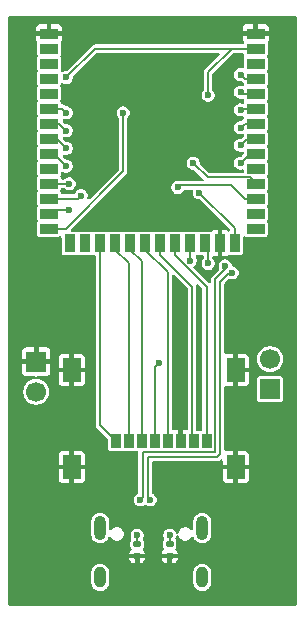
<source format=gbr>
%TF.GenerationSoftware,KiCad,Pcbnew,9.0.3*%
%TF.CreationDate,2025-09-07T15:09:46-04:00*%
%TF.ProjectId,flight-computer,666c6967-6874-42d6-936f-6d7075746572,rev?*%
%TF.SameCoordinates,Original*%
%TF.FileFunction,Copper,L2,Bot*%
%TF.FilePolarity,Positive*%
%FSLAX46Y46*%
G04 Gerber Fmt 4.6, Leading zero omitted, Abs format (unit mm)*
G04 Created by KiCad (PCBNEW 9.0.3) date 2025-09-07 15:09:46*
%MOMM*%
%LPD*%
G01*
G04 APERTURE LIST*
G04 Aperture macros list*
%AMRoundRect*
0 Rectangle with rounded corners*
0 $1 Rounding radius*
0 $2 $3 $4 $5 $6 $7 $8 $9 X,Y pos of 4 corners*
0 Add a 4 corners polygon primitive as box body*
4,1,4,$2,$3,$4,$5,$6,$7,$8,$9,$2,$3,0*
0 Add four circle primitives for the rounded corners*
1,1,$1+$1,$2,$3*
1,1,$1+$1,$4,$5*
1,1,$1+$1,$6,$7*
1,1,$1+$1,$8,$9*
0 Add four rect primitives between the rounded corners*
20,1,$1+$1,$2,$3,$4,$5,0*
20,1,$1+$1,$4,$5,$6,$7,0*
20,1,$1+$1,$6,$7,$8,$9,0*
20,1,$1+$1,$8,$9,$2,$3,0*%
G04 Aperture macros list end*
%TA.AperFunction,HeatsinkPad*%
%ADD10C,0.600000*%
%TD*%
%TA.AperFunction,HeatsinkPad*%
%ADD11R,3.900000X3.900000*%
%TD*%
%TA.AperFunction,SMDPad,CuDef*%
%ADD12R,1.500000X0.900000*%
%TD*%
%TA.AperFunction,SMDPad,CuDef*%
%ADD13R,0.900000X1.500000*%
%TD*%
%TA.AperFunction,HeatsinkPad*%
%ADD14O,1.000000X2.100000*%
%TD*%
%TA.AperFunction,HeatsinkPad*%
%ADD15O,1.000000X1.800000*%
%TD*%
%TA.AperFunction,ComponentPad*%
%ADD16C,3.800000*%
%TD*%
%TA.AperFunction,ComponentPad*%
%ADD17R,1.700000X1.700000*%
%TD*%
%TA.AperFunction,ComponentPad*%
%ADD18C,1.700000*%
%TD*%
%TA.AperFunction,SMDPad,CuDef*%
%ADD19RoundRect,0.135000X-0.185000X0.135000X-0.185000X-0.135000X0.185000X-0.135000X0.185000X0.135000X0*%
%TD*%
%TA.AperFunction,SMDPad,CuDef*%
%ADD20R,0.812800X1.193800*%
%TD*%
%TA.AperFunction,SMDPad,CuDef*%
%ADD21R,1.498600X2.006600*%
%TD*%
%TA.AperFunction,ViaPad*%
%ADD22C,0.600000*%
%TD*%
%TA.AperFunction,Conductor*%
%ADD23C,0.200000*%
%TD*%
G04 APERTURE END LIST*
D10*
%TO.P,U2,41,GND*%
%TO.N,GND*%
X144867600Y-88300000D03*
X144867600Y-89700000D03*
X145567600Y-87600000D03*
X145567600Y-89000000D03*
X145567600Y-90400000D03*
X146267600Y-88300000D03*
D11*
X146267600Y-89000000D03*
D10*
X146267600Y-89700000D03*
X146967600Y-87600000D03*
X146967600Y-89000000D03*
X146967600Y-90400000D03*
X147667600Y-88300000D03*
X147667600Y-89700000D03*
D12*
%TO.P,U2,40,GND*%
X136017600Y-81280000D03*
%TO.P,U2,39,IO1*%
%TO.N,unconnected-(U2-IO1-Pad39)*%
X136017600Y-82550000D03*
%TO.P,U2,38,IO2*%
%TO.N,unconnected-(U2-IO2-Pad38)*%
X136017600Y-83820000D03*
%TO.P,U2,37,TXD0*%
%TO.N,unconnected-(U2-TXD0-Pad37)*%
X136017600Y-85090000D03*
%TO.P,U2,36,RXD0*%
%TO.N,unconnected-(U2-RXD0-Pad36)*%
X136017600Y-86360000D03*
%TO.P,U2,35,IO42*%
%TO.N,FIN_DRDY*%
X136017600Y-87630000D03*
%TO.P,U2,34,IO41*%
%TO.N,FIN_MOSI*%
X136017600Y-88900000D03*
%TO.P,U2,33,IO40*%
%TO.N,FIN_MISO*%
X136017600Y-90170000D03*
%TO.P,U2,32,IO39*%
%TO.N,FIN_SCK*%
X136017600Y-91440000D03*
%TO.P,U2,31,IO38*%
%TO.N,unconnected-(U2-IO38-Pad31)*%
X136017600Y-92710000D03*
%TO.P,U2,30,IO37*%
%TO.N,LSM_MOSI*%
X136017600Y-93980000D03*
%TO.P,U2,29,IO36*%
%TO.N,LSM_MISO*%
X136017600Y-95250000D03*
%TO.P,U2,28,IO35*%
%TO.N,LSM_INT1*%
X136017600Y-96520000D03*
%TO.P,U2,27,IO0*%
%TO.N,Net-(U2-IO0)*%
X136017600Y-97790000D03*
D13*
%TO.P,U2,26,IO45*%
%TO.N,unconnected-(U2-IO45-Pad26)*%
X137782600Y-99040000D03*
%TO.P,U2,25,IO48*%
%TO.N,unconnected-(U2-IO48-Pad25)*%
X139052600Y-99040000D03*
%TO.P,U2,24,IO47*%
%TO.N,SD_DAT2*%
X140322600Y-99040000D03*
%TO.P,U2,23,IO21*%
%TO.N,SD_DAT3*%
X141592600Y-99040000D03*
%TO.P,U2,22,IO14*%
%TO.N,SD_CMD*%
X142862600Y-99040000D03*
%TO.P,U2,21,IO13*%
%TO.N,SD_CLK*%
X144132600Y-99040000D03*
%TO.P,U2,20,IO12*%
%TO.N,SD_DAT0*%
X145402600Y-99040000D03*
%TO.P,U2,19,IO11*%
%TO.N,SD_DAT1*%
X146672600Y-99040000D03*
%TO.P,U2,18,IO10*%
%TO.N,Remote Start 2*%
X147942600Y-99040000D03*
%TO.P,U2,17,IO9*%
%TO.N,Remote Start 1*%
X149212600Y-99040000D03*
%TO.P,U2,16,IO46*%
%TO.N,GND*%
X150482600Y-99040000D03*
%TO.P,U2,15,IO3*%
%TO.N,LSM_INT2*%
X151752600Y-99040000D03*
D12*
%TO.P,U2,14,USB_D+*%
%TO.N,USB_D+*%
X153517600Y-97790000D03*
%TO.P,U2,13,USB_D-*%
%TO.N,USB_D-*%
X153517600Y-96520000D03*
%TO.P,U2,12,IO8*%
%TO.N,LSM_CS*%
X153517600Y-95250000D03*
%TO.P,U2,11,IO18*%
%TO.N,LSM_SCK*%
X153517600Y-93980000D03*
%TO.P,U2,10,IO17*%
%TO.N,unconnected-(U2-IO17-Pad10)*%
X153517600Y-92710000D03*
%TO.P,U2,9,IO16*%
%TO.N,FIN_RST*%
X153517600Y-91440000D03*
%TO.P,U2,8,IO15*%
%TO.N,FIN_CLK*%
X153517600Y-90170000D03*
%TO.P,U2,7,IO7*%
%TO.N,FIN_CS4*%
X153517600Y-88900000D03*
%TO.P,U2,6,IO6*%
%TO.N,FIN_CS3*%
X153517600Y-87630000D03*
%TO.P,U2,5,IO5*%
%TO.N,FIN_CS2*%
X153517600Y-86360000D03*
%TO.P,U2,4,IO4*%
%TO.N,FIN_CS1*%
X153517600Y-85090000D03*
%TO.P,U2,3,EN*%
%TO.N,Net-(U2-EN)*%
X153517600Y-83820000D03*
%TO.P,U2,2,3V3*%
%TO.N,+3.3V*%
X153517600Y-82550000D03*
%TO.P,U2,1,GND*%
%TO.N,GND*%
X153517600Y-81280000D03*
%TD*%
D14*
%TO.P,J1,S1,SHIELD*%
%TO.N,unconnected-(J1-SHIELD-PadS1)_3*%
X140341895Y-123141555D03*
D15*
%TO.N,unconnected-(J1-SHIELD-PadS1)_2*%
X140341895Y-127321555D03*
D14*
%TO.N,unconnected-(J1-SHIELD-PadS1)_1*%
X148981895Y-123141555D03*
D15*
%TO.N,unconnected-(J1-SHIELD-PadS1)*%
X148981895Y-127321555D03*
%TD*%
D16*
%TO.P,H2,1,1*%
%TO.N,GND*%
X153982000Y-103200000D03*
%TD*%
D17*
%TO.P,J6,1,Pin_1*%
%TO.N,GND*%
X134931895Y-109056555D03*
D18*
%TO.P,J6,2,Pin_2*%
%TO.N,VBUS*%
X134931895Y-111596555D03*
%TD*%
D16*
%TO.P,H4,1,1*%
%TO.N,GND*%
X153982000Y-126450000D03*
%TD*%
%TO.P,H1,1,1*%
%TO.N,GND*%
X135582000Y-103200000D03*
%TD*%
%TO.P,H3,1,1*%
%TO.N,GND*%
X135582000Y-126450000D03*
%TD*%
D17*
%TO.P,J3,1,Pin_1*%
%TO.N,Net-(J3-Pin_1)*%
X154731895Y-111396555D03*
D18*
%TO.P,J3,2,Pin_2*%
%TO.N,Net-(J3-Pin_2)*%
X154731895Y-108856555D03*
%TD*%
D19*
%TO.P,R5,1*%
%TO.N,Net-(J1-CC1)*%
X143481895Y-124486555D03*
%TO.P,R5,2*%
%TO.N,GND*%
X143481895Y-125506555D03*
%TD*%
D20*
%TO.P,J7,1,DAT2*%
%TO.N,SD_DAT2*%
X141656895Y-115770256D03*
%TO.P,J7,2,DAT3/CD*%
%TO.N,SD_DAT3*%
X142756895Y-115770256D03*
%TO.P,J7,3,CMD*%
%TO.N,SD_CMD*%
X143856896Y-115770256D03*
%TO.P,J7,4,VDD*%
%TO.N,+3.3V*%
X144956896Y-115770256D03*
%TO.P,J7,5,CLK*%
%TO.N,SD_CLK*%
X146056894Y-115770256D03*
%TO.P,J7,6,VSS*%
%TO.N,GND*%
X147156894Y-115770256D03*
%TO.P,J7,7,DAT0*%
%TO.N,SD_DAT0*%
X148256895Y-115770256D03*
%TO.P,J7,8,DAT1*%
%TO.N,SD_DAT1*%
X149356895Y-115770256D03*
D21*
%TO.P,J7,9,SHIELD*%
%TO.N,GND*%
X151826895Y-117970256D03*
X151826895Y-109770255D03*
X137936895Y-117970256D03*
X137936895Y-109770255D03*
%TD*%
D19*
%TO.P,R6,1*%
%TO.N,Net-(J1-CC2)*%
X146231895Y-124486555D03*
%TO.P,R6,2*%
%TO.N,GND*%
X146231895Y-125506555D03*
%TD*%
D22*
%TO.N,GND*%
X147231895Y-107746555D03*
X141231895Y-124746555D03*
X147231895Y-113996555D03*
X148231895Y-124496555D03*
%TO.N,USB_D+*%
X153517600Y-97790000D03*
%TO.N,USB_D-*%
X153517600Y-96520000D03*
X150931374Y-100946034D03*
%TO.N,USB_D+*%
X151532416Y-101547076D03*
X144586895Y-120746555D03*
%TO.N,USB_D-*%
X143736895Y-120746555D03*
%TO.N,Net-(J1-CC1)*%
X143481895Y-123746555D03*
%TO.N,Net-(J1-CC2)*%
X146231895Y-123746555D03*
%TO.N,Remote Start 2*%
X147981895Y-100496555D03*
%TO.N,+3.3V*%
X145309395Y-109169055D03*
%TO.N,LSM_SCK*%
X148231895Y-92246555D03*
%TO.N,LSM_CS*%
X146922011Y-94310852D03*
%TO.N,+3.3V*%
X149481895Y-86496555D03*
%TO.N,LSM_INT2*%
X148726875Y-94741742D03*
%TO.N,LSM_MOSI*%
X137731895Y-93996555D03*
%TO.N,LSM_INT1*%
X137731895Y-96246555D03*
%TO.N,LSM_MISO*%
X138731895Y-94996555D03*
%TO.N,Net-(U2-IO0)*%
X142289478Y-87996555D03*
%TO.N,GND*%
X146731895Y-96746555D03*
%TO.N,FIN_RST*%
X152231895Y-92246555D03*
%TO.N,FIN_CLK*%
X152231895Y-90746555D03*
%TO.N,FIN_CS4*%
X152231895Y-89246555D03*
%TO.N,FIN_CS3*%
X152231895Y-87746555D03*
%TO.N,FIN_CS2*%
X152231895Y-86246555D03*
%TO.N,FIN_CS1*%
X152231895Y-84746555D03*
%TO.N,Remote Start 1*%
X149481895Y-100746555D03*
%TO.N,FIN_SCK*%
X137481895Y-92496555D03*
%TO.N,FIN_MISO*%
X137481895Y-90996555D03*
%TO.N,FIN_MOSI*%
X137481895Y-89496555D03*
%TO.N,FIN_DRDY*%
X137481895Y-87996555D03*
%TO.N,+3.3V*%
X137481895Y-84996555D03*
X153517600Y-82550000D03*
%TO.N,Net-(U2-EN)*%
X153517600Y-83820000D03*
%TO.N,GND*%
X148731895Y-113996555D03*
%TD*%
D23*
%TO.N,GND*%
X147156894Y-114071556D02*
X147231895Y-113996555D01*
X147156894Y-115770256D02*
X147156894Y-114071556D01*
%TO.N,USB_D-*%
X143936894Y-120546556D02*
X143936894Y-116668156D01*
%TO.N,USB_D+*%
X144386896Y-120546556D02*
X144386896Y-117118136D01*
%TO.N,USB_D-*%
X143736895Y-120746555D02*
X143936894Y-120546556D01*
%TO.N,USB_D+*%
X150514275Y-116854544D02*
X150514275Y-102282374D01*
X144386896Y-117118136D02*
X150250683Y-117118136D01*
%TO.N,USB_D-*%
X150064295Y-102095956D02*
X150931374Y-101228877D01*
%TO.N,USB_D+*%
X150250683Y-117118136D02*
X150514275Y-116854544D01*
X144586895Y-120746555D02*
X144386896Y-120546556D01*
X150514275Y-102282374D02*
X151249573Y-101547076D01*
X151249573Y-101547076D02*
X151532416Y-101547076D01*
%TO.N,USB_D-*%
X143936894Y-116668156D02*
X150064295Y-116668156D01*
X150064295Y-116668156D02*
X150064295Y-102095956D01*
X150931374Y-101228877D02*
X150931374Y-100946034D01*
%TO.N,Net-(J1-CC1)*%
X143481895Y-123746555D02*
X143481895Y-124486555D01*
%TO.N,Net-(J1-CC2)*%
X146231895Y-123746555D02*
X146231895Y-124486555D01*
%TO.N,SD_DAT2*%
X141656895Y-115770256D02*
X140322600Y-114435961D01*
X140322600Y-114435961D02*
X140322600Y-99040000D01*
%TO.N,SD_DAT3*%
X142756895Y-115770256D02*
X142756895Y-100736295D01*
X141592600Y-99572000D02*
X141592600Y-99040000D01*
X142756895Y-100736295D02*
X141592600Y-99572000D01*
%TO.N,SD_CMD*%
X143856896Y-115770256D02*
X143856896Y-100566296D01*
X143856896Y-100566296D02*
X142862600Y-99572000D01*
X142862600Y-99572000D02*
X142862600Y-99040000D01*
%TO.N,SD_CLK*%
X146056894Y-115770256D02*
X146056894Y-101496294D01*
X146056894Y-101496294D02*
X144132600Y-99572000D01*
X144132600Y-99572000D02*
X144132600Y-99040000D01*
%TO.N,SD_DAT0*%
X148256895Y-115770256D02*
X148130895Y-115644256D01*
X148130895Y-115644256D02*
X148130895Y-102718295D01*
X148130895Y-102718295D02*
X145402600Y-99990000D01*
X145402600Y-99990000D02*
X145402600Y-99040000D01*
%TO.N,SD_DAT1*%
X149356895Y-115770256D02*
X149356895Y-102721498D01*
X149356895Y-102721498D02*
X146672600Y-100037203D01*
X146672600Y-100037203D02*
X146672600Y-99040000D01*
%TO.N,Remote Start 2*%
X147981895Y-99079295D02*
X147942600Y-99040000D01*
X147981895Y-100496555D02*
X147981895Y-99079295D01*
%TO.N,+3.3V*%
X144956896Y-115770256D02*
X144956896Y-109521554D01*
X144956896Y-109521554D02*
X145309395Y-109169055D01*
%TO.N,LSM_SCK*%
X148231895Y-92246555D02*
X149446340Y-93461000D01*
X149446340Y-93461000D02*
X152998600Y-93461000D01*
X152998600Y-93461000D02*
X153517600Y-93980000D01*
%TO.N,LSM_CS*%
X146922011Y-94310852D02*
X147092121Y-94140742D01*
X147092121Y-94140742D02*
X151458342Y-94140742D01*
X152567600Y-95250000D02*
X153517600Y-95250000D01*
X151458342Y-94140742D02*
X152567600Y-95250000D01*
%TO.N,LSM_INT2*%
X151752600Y-97767467D02*
X151752600Y-99040000D01*
X148726875Y-94741742D02*
X151752600Y-97767467D01*
%TO.N,LSM_MOSI*%
X137731895Y-93996555D02*
X136034155Y-93996555D01*
X136034155Y-93996555D02*
X136017600Y-93980000D01*
%TO.N,LSM_INT1*%
X137731895Y-96246555D02*
X136291045Y-96246555D01*
X136291045Y-96246555D02*
X136017600Y-96520000D01*
%TO.N,LSM_MISO*%
X138731895Y-94996555D02*
X138478450Y-95250000D01*
X138478450Y-95250000D02*
X136017600Y-95250000D01*
%TO.N,Net-(U2-IO0)*%
X142289478Y-92938972D02*
X137438450Y-97790000D01*
X142289478Y-87996555D02*
X142289478Y-92938972D01*
X137438450Y-97790000D02*
X136017600Y-97790000D01*
%TO.N,+3.3V*%
X153517600Y-82550000D02*
X151481895Y-82550000D01*
%TO.N,FIN_RST*%
X153517600Y-91440000D02*
X153038450Y-91440000D01*
X153038450Y-91440000D02*
X152231895Y-92246555D01*
%TO.N,FIN_CLK*%
X153517600Y-90170000D02*
X152808450Y-90170000D01*
X152808450Y-90170000D02*
X152231895Y-90746555D01*
%TO.N,FIN_CS4*%
X153517600Y-88900000D02*
X152578450Y-88900000D01*
X152578450Y-88900000D02*
X152231895Y-89246555D01*
%TO.N,FIN_CS3*%
X153517600Y-87630000D02*
X152348450Y-87630000D01*
X152348450Y-87630000D02*
X152231895Y-87746555D01*
%TO.N,FIN_CS2*%
X153517600Y-86360000D02*
X152345340Y-86360000D01*
X152345340Y-86360000D02*
X152231895Y-86246555D01*
%TO.N,FIN_CS1*%
X153517600Y-85090000D02*
X152575340Y-85090000D01*
X152575340Y-85090000D02*
X152231895Y-84746555D01*
%TO.N,Remote Start 1*%
X149481895Y-100746555D02*
X149481895Y-99309295D01*
X149481895Y-99309295D02*
X149212600Y-99040000D01*
%TO.N,FIN_SCK*%
X136017600Y-91440000D02*
X136425340Y-91440000D01*
X136425340Y-91440000D02*
X137481895Y-92496555D01*
%TO.N,FIN_MISO*%
X136017600Y-90170000D02*
X136655340Y-90170000D01*
X136655340Y-90170000D02*
X137481895Y-90996555D01*
%TO.N,FIN_MOSI*%
X136017600Y-88900000D02*
X136885340Y-88900000D01*
X136885340Y-88900000D02*
X137481895Y-89496555D01*
%TO.N,FIN_DRDY*%
X136017600Y-87630000D02*
X137115340Y-87630000D01*
X137115340Y-87630000D02*
X137481895Y-87996555D01*
%TO.N,+3.3V*%
X151481895Y-82550000D02*
X139928450Y-82550000D01*
X139928450Y-82550000D02*
X137481895Y-84996555D01*
X149481895Y-84550000D02*
X151481895Y-82550000D01*
X149481895Y-86496555D02*
X149481895Y-84550000D01*
%TD*%
%TA.AperFunction,Conductor*%
%TO.N,GND*%
G36*
X146612597Y-101696125D02*
G01*
X146619075Y-101702157D01*
X147744076Y-102827158D01*
X147777561Y-102888481D01*
X147780395Y-102914839D01*
X147780395Y-114706771D01*
X147760710Y-114773810D01*
X147707906Y-114819565D01*
X147638748Y-114829509D01*
X147638519Y-114829476D01*
X147596509Y-114823356D01*
X147356894Y-114823356D01*
X147356894Y-115646256D01*
X147354343Y-115654941D01*
X147355632Y-115663903D01*
X147344653Y-115687943D01*
X147337209Y-115713295D01*
X147330368Y-115719222D01*
X147326607Y-115727459D01*
X147304372Y-115741748D01*
X147284405Y-115759050D01*
X147273890Y-115761337D01*
X147267829Y-115765233D01*
X147232894Y-115770256D01*
X147080894Y-115770256D01*
X147013855Y-115750571D01*
X146968100Y-115697767D01*
X146956894Y-115646256D01*
X146956894Y-114823356D01*
X146717281Y-114823356D01*
X146649244Y-114833268D01*
X146585854Y-114864258D01*
X146516980Y-114876016D01*
X146452683Y-114848673D01*
X146413377Y-114790908D01*
X146407394Y-114752857D01*
X146407394Y-101789838D01*
X146427079Y-101722799D01*
X146479883Y-101677044D01*
X146549041Y-101667100D01*
X146612597Y-101696125D01*
G37*
%TD.AperFunction*%
%TA.AperFunction,Conductor*%
G36*
X148654158Y-102524089D02*
G01*
X148687663Y-102547947D01*
X148970076Y-102830360D01*
X149003561Y-102891683D01*
X149006395Y-102918041D01*
X149006395Y-114805064D01*
X148997893Y-114834014D01*
X148991734Y-114863553D01*
X148988149Y-114867199D01*
X148986710Y-114872103D01*
X148963909Y-114891859D01*
X148942755Y-114913381D01*
X148936357Y-114915733D01*
X148933906Y-114917858D01*
X148909794Y-114925999D01*
X148908164Y-114926368D01*
X148852755Y-114937390D01*
X148849286Y-114939707D01*
X148834294Y-114943104D01*
X148809541Y-114941547D01*
X148784877Y-114944199D01*
X148766664Y-114938851D01*
X148764562Y-114938719D01*
X148763463Y-114937911D01*
X148763055Y-114937791D01*
X148687971Y-114922856D01*
X148687969Y-114922856D01*
X148605395Y-114922856D01*
X148538356Y-114903171D01*
X148492601Y-114850367D01*
X148481395Y-114798856D01*
X148481395Y-102672153D01*
X148481395Y-102672151D01*
X148480209Y-102667724D01*
X148481868Y-102597877D01*
X148521028Y-102540013D01*
X148585255Y-102512506D01*
X148654158Y-102524089D01*
G37*
%TD.AperFunction*%
%TA.AperFunction,Conductor*%
G36*
X156922539Y-79809685D02*
G01*
X156968294Y-79862489D01*
X156979500Y-79914000D01*
X156979500Y-129622055D01*
X156959815Y-129689094D01*
X156907011Y-129734849D01*
X156855500Y-129746055D01*
X132704500Y-129746055D01*
X132637461Y-129726370D01*
X132591706Y-129673566D01*
X132580500Y-129622055D01*
X132580500Y-127795475D01*
X139591394Y-127795475D01*
X139620235Y-127940462D01*
X139620238Y-127940472D01*
X139676807Y-128077043D01*
X139676814Y-128077056D01*
X139758943Y-128199970D01*
X139758946Y-128199974D01*
X139863475Y-128304503D01*
X139863479Y-128304506D01*
X139986393Y-128386635D01*
X139986406Y-128386642D01*
X140122977Y-128443211D01*
X140122982Y-128443213D01*
X140122986Y-128443213D01*
X140122987Y-128443214D01*
X140267974Y-128472055D01*
X140267977Y-128472055D01*
X140415815Y-128472055D01*
X140513357Y-128452651D01*
X140560808Y-128443213D01*
X140697390Y-128386639D01*
X140820311Y-128304506D01*
X140924846Y-128199971D01*
X141006979Y-128077050D01*
X141063553Y-127940468D01*
X141092395Y-127795475D01*
X148231394Y-127795475D01*
X148260235Y-127940462D01*
X148260238Y-127940472D01*
X148316807Y-128077043D01*
X148316814Y-128077056D01*
X148398943Y-128199970D01*
X148398946Y-128199974D01*
X148503475Y-128304503D01*
X148503479Y-128304506D01*
X148626393Y-128386635D01*
X148626406Y-128386642D01*
X148762977Y-128443211D01*
X148762982Y-128443213D01*
X148762986Y-128443213D01*
X148762987Y-128443214D01*
X148907974Y-128472055D01*
X148907977Y-128472055D01*
X149055815Y-128472055D01*
X149153357Y-128452651D01*
X149200808Y-128443213D01*
X149337390Y-128386639D01*
X149460311Y-128304506D01*
X149564846Y-128199971D01*
X149646979Y-128077050D01*
X149703553Y-127940468D01*
X149732395Y-127795473D01*
X149732395Y-126847637D01*
X149732395Y-126847634D01*
X149703554Y-126702647D01*
X149703553Y-126702646D01*
X149703553Y-126702642D01*
X149703551Y-126702637D01*
X149646982Y-126566066D01*
X149646975Y-126566053D01*
X149564846Y-126443139D01*
X149564843Y-126443135D01*
X149460314Y-126338606D01*
X149460310Y-126338603D01*
X149337396Y-126256474D01*
X149337383Y-126256467D01*
X149200812Y-126199898D01*
X149200802Y-126199895D01*
X149055815Y-126171055D01*
X149055813Y-126171055D01*
X148907977Y-126171055D01*
X148907975Y-126171055D01*
X148762987Y-126199895D01*
X148762977Y-126199898D01*
X148626406Y-126256467D01*
X148626393Y-126256474D01*
X148503479Y-126338603D01*
X148503475Y-126338606D01*
X148398946Y-126443135D01*
X148398943Y-126443139D01*
X148316814Y-126566053D01*
X148316807Y-126566066D01*
X148260238Y-126702637D01*
X148260235Y-126702647D01*
X148231395Y-126847634D01*
X148231395Y-126847637D01*
X148231395Y-127795473D01*
X148231395Y-127795475D01*
X148231394Y-127795475D01*
X141092395Y-127795475D01*
X141092395Y-127795473D01*
X141092395Y-126847637D01*
X141092395Y-126847634D01*
X141063554Y-126702647D01*
X141063553Y-126702646D01*
X141063553Y-126702642D01*
X141063551Y-126702637D01*
X141006982Y-126566066D01*
X141006975Y-126566053D01*
X140924846Y-126443139D01*
X140924843Y-126443135D01*
X140820314Y-126338606D01*
X140820310Y-126338603D01*
X140697396Y-126256474D01*
X140697383Y-126256467D01*
X140560812Y-126199898D01*
X140560802Y-126199895D01*
X140415815Y-126171055D01*
X140415813Y-126171055D01*
X140267977Y-126171055D01*
X140267975Y-126171055D01*
X140122987Y-126199895D01*
X140122977Y-126199898D01*
X139986406Y-126256467D01*
X139986393Y-126256474D01*
X139863479Y-126338603D01*
X139863475Y-126338606D01*
X139758946Y-126443135D01*
X139758943Y-126443139D01*
X139676814Y-126566053D01*
X139676807Y-126566066D01*
X139620238Y-126702637D01*
X139620235Y-126702647D01*
X139591395Y-126847634D01*
X139591395Y-126847637D01*
X139591395Y-127795473D01*
X139591395Y-127795475D01*
X139591394Y-127795475D01*
X132580500Y-127795475D01*
X132580500Y-125706555D01*
X142813897Y-125706555D01*
X142818105Y-125745709D01*
X142866842Y-125876378D01*
X142866844Y-125876381D01*
X142950422Y-125988027D01*
X143062068Y-126071605D01*
X143062069Y-126071606D01*
X143192739Y-126120343D01*
X143192743Y-126120344D01*
X143250502Y-126126554D01*
X143681895Y-126126554D01*
X143713278Y-126126554D01*
X143713283Y-126126553D01*
X143771049Y-126120344D01*
X143901718Y-126071607D01*
X143901721Y-126071605D01*
X144013367Y-125988027D01*
X144096945Y-125876381D01*
X144096947Y-125876378D01*
X144145683Y-125745710D01*
X144145684Y-125745702D01*
X144149894Y-125706555D01*
X145563897Y-125706555D01*
X145568105Y-125745709D01*
X145616842Y-125876378D01*
X145616844Y-125876381D01*
X145700422Y-125988027D01*
X145812068Y-126071605D01*
X145812069Y-126071606D01*
X145942739Y-126120343D01*
X145942743Y-126120344D01*
X146000502Y-126126554D01*
X146431895Y-126126554D01*
X146463278Y-126126554D01*
X146463283Y-126126553D01*
X146521049Y-126120344D01*
X146651718Y-126071607D01*
X146651721Y-126071605D01*
X146763367Y-125988027D01*
X146846945Y-125876381D01*
X146846947Y-125876378D01*
X146895683Y-125745710D01*
X146895684Y-125745702D01*
X146899894Y-125706555D01*
X146431895Y-125706555D01*
X146431895Y-126126554D01*
X146000502Y-126126554D01*
X146031895Y-126126553D01*
X146031895Y-125706555D01*
X145563897Y-125706555D01*
X144149894Y-125706555D01*
X143681895Y-125706555D01*
X143681895Y-126126554D01*
X143250502Y-126126554D01*
X143281895Y-126126553D01*
X143281895Y-125706555D01*
X142813897Y-125706555D01*
X132580500Y-125706555D01*
X132580500Y-125306554D01*
X142813895Y-125306554D01*
X142813896Y-125306555D01*
X144149893Y-125306555D01*
X144149893Y-125306554D01*
X145563895Y-125306554D01*
X145563896Y-125306555D01*
X146899892Y-125306555D01*
X146895684Y-125267400D01*
X146846947Y-125136731D01*
X146846945Y-125136728D01*
X146763366Y-125025080D01*
X146759823Y-125022428D01*
X146757170Y-125018884D01*
X146757097Y-125018811D01*
X146757107Y-125018800D01*
X146717953Y-124966493D01*
X146712971Y-124896801D01*
X146733227Y-124851097D01*
X146734965Y-124848662D01*
X146734971Y-124848657D01*
X146734974Y-124848650D01*
X146734978Y-124848645D01*
X146773396Y-124770056D01*
X146791477Y-124733073D01*
X146802395Y-124658137D01*
X146802395Y-124314973D01*
X146791477Y-124240037D01*
X146761069Y-124177836D01*
X146734974Y-124124457D01*
X146734018Y-124123118D01*
X146733276Y-124120983D01*
X146730459Y-124115221D01*
X146731155Y-124114880D01*
X146711080Y-124057121D01*
X146717907Y-124010058D01*
X146721741Y-123999115D01*
X146744879Y-123959040D01*
X146774456Y-123848658D01*
X146775996Y-123844263D01*
X146793759Y-123819517D01*
X146809611Y-123793511D01*
X146813936Y-123791410D01*
X146816740Y-123787504D01*
X146845058Y-123776291D01*
X146872458Y-123762982D01*
X146877232Y-123763552D01*
X146881703Y-123761783D01*
X146911591Y-123767661D01*
X146941833Y-123771277D01*
X146945539Y-123774337D01*
X146950260Y-123775266D01*
X146972228Y-123796373D01*
X146995711Y-123815762D01*
X146998293Y-123821416D01*
X147000643Y-123823674D01*
X147002085Y-123829718D01*
X147012794Y-123853168D01*
X147015614Y-123863690D01*
X147091380Y-123994920D01*
X147198530Y-124102070D01*
X147329760Y-124177836D01*
X147476129Y-124217055D01*
X147476131Y-124217055D01*
X147627659Y-124217055D01*
X147627661Y-124217055D01*
X147774030Y-124177836D01*
X147905260Y-124102070D01*
X148012410Y-123994920D01*
X148051355Y-123927464D01*
X148101922Y-123879249D01*
X148170529Y-123866026D01*
X148235394Y-123891994D01*
X148273303Y-123942013D01*
X148316807Y-124047043D01*
X148316814Y-124047056D01*
X148398943Y-124169970D01*
X148398946Y-124169974D01*
X148503475Y-124274503D01*
X148503479Y-124274506D01*
X148626393Y-124356635D01*
X148626406Y-124356642D01*
X148762977Y-124413211D01*
X148762982Y-124413213D01*
X148762986Y-124413213D01*
X148762987Y-124413214D01*
X148907974Y-124442055D01*
X148907977Y-124442055D01*
X149055815Y-124442055D01*
X149153357Y-124422651D01*
X149200808Y-124413213D01*
X149337390Y-124356639D01*
X149460311Y-124274506D01*
X149564846Y-124169971D01*
X149646979Y-124047050D01*
X149703553Y-123910468D01*
X149722392Y-123815762D01*
X149732395Y-123765475D01*
X149732395Y-122517634D01*
X149703554Y-122372647D01*
X149703553Y-122372646D01*
X149703553Y-122372642D01*
X149703551Y-122372637D01*
X149646982Y-122236066D01*
X149646975Y-122236053D01*
X149564846Y-122113139D01*
X149564843Y-122113135D01*
X149460314Y-122008606D01*
X149460310Y-122008603D01*
X149337396Y-121926474D01*
X149337383Y-121926467D01*
X149200812Y-121869898D01*
X149200802Y-121869895D01*
X149055815Y-121841055D01*
X149055813Y-121841055D01*
X148907977Y-121841055D01*
X148907975Y-121841055D01*
X148762987Y-121869895D01*
X148762977Y-121869898D01*
X148626406Y-121926467D01*
X148626393Y-121926474D01*
X148503479Y-122008603D01*
X148503475Y-122008606D01*
X148398946Y-122113135D01*
X148398943Y-122113139D01*
X148316814Y-122236053D01*
X148316807Y-122236066D01*
X148260238Y-122372637D01*
X148260235Y-122372647D01*
X148231395Y-122517634D01*
X148231395Y-123208285D01*
X148211710Y-123275324D01*
X148158906Y-123321079D01*
X148089748Y-123331023D01*
X148026192Y-123301998D01*
X148018383Y-123293710D01*
X148018157Y-123293937D01*
X147905262Y-123181042D01*
X147905260Y-123181040D01*
X147839645Y-123143157D01*
X147774031Y-123105274D01*
X147700845Y-123085664D01*
X147627661Y-123066055D01*
X147476129Y-123066055D01*
X147329758Y-123105274D01*
X147198530Y-123181040D01*
X147198527Y-123181042D01*
X147091382Y-123288187D01*
X147091380Y-123288190D01*
X147015615Y-123419418D01*
X146984661Y-123534939D01*
X146948296Y-123594599D01*
X146885449Y-123625128D01*
X146816073Y-123616833D01*
X146762195Y-123572348D01*
X146748117Y-123541520D01*
X146747987Y-123541574D01*
X146746478Y-123537931D01*
X146745111Y-123534939D01*
X146744879Y-123534070D01*
X146744877Y-123534066D01*
X146744877Y-123534065D01*
X146672406Y-123408543D01*
X146672401Y-123408537D01*
X146569912Y-123306048D01*
X146569906Y-123306043D01*
X146444383Y-123233572D01*
X146444384Y-123233572D01*
X146432901Y-123230495D01*
X146304370Y-123196055D01*
X146159420Y-123196055D01*
X146030888Y-123230495D01*
X146019406Y-123233572D01*
X145893883Y-123306043D01*
X145893877Y-123306048D01*
X145791388Y-123408537D01*
X145791383Y-123408543D01*
X145718912Y-123534066D01*
X145718911Y-123534070D01*
X145681395Y-123674080D01*
X145681395Y-123819030D01*
X145714349Y-123942013D01*
X145718912Y-123959043D01*
X145736243Y-123989061D01*
X145752716Y-124056961D01*
X145732663Y-124114896D01*
X145733331Y-124115223D01*
X145730658Y-124120689D01*
X145729863Y-124122988D01*
X145729780Y-124123105D01*
X145728820Y-124124448D01*
X145672313Y-124240034D01*
X145672313Y-124240037D01*
X145661395Y-124314973D01*
X145661395Y-124658137D01*
X145672313Y-124733073D01*
X145672313Y-124733074D01*
X145672314Y-124733076D01*
X145728816Y-124848654D01*
X145730569Y-124851109D01*
X145731927Y-124855018D01*
X145733331Y-124857889D01*
X145732984Y-124858058D01*
X145753505Y-124917107D01*
X145737119Y-124985028D01*
X145703965Y-125022430D01*
X145700423Y-125025081D01*
X145616844Y-125136728D01*
X145616842Y-125136731D01*
X145568106Y-125267399D01*
X145568105Y-125267407D01*
X145563895Y-125306554D01*
X144149893Y-125306554D01*
X144145684Y-125267400D01*
X144096947Y-125136731D01*
X144096945Y-125136728D01*
X144013366Y-125025080D01*
X144009823Y-125022428D01*
X144007170Y-125018884D01*
X144007097Y-125018811D01*
X144007107Y-125018800D01*
X143967953Y-124966493D01*
X143962971Y-124896801D01*
X143983227Y-124851097D01*
X143984965Y-124848662D01*
X143984971Y-124848657D01*
X143984974Y-124848650D01*
X143984978Y-124848645D01*
X144023396Y-124770056D01*
X144041477Y-124733073D01*
X144052395Y-124658137D01*
X144052395Y-124314973D01*
X144041477Y-124240037D01*
X144011069Y-124177836D01*
X143984974Y-124124457D01*
X143984018Y-124123118D01*
X143983276Y-124120983D01*
X143980459Y-124115221D01*
X143981155Y-124114880D01*
X143961080Y-124057121D01*
X143977464Y-123989202D01*
X143994879Y-123959040D01*
X144032395Y-123819030D01*
X144032395Y-123674080D01*
X143994879Y-123534070D01*
X143928684Y-123419418D01*
X143922406Y-123408543D01*
X143922401Y-123408537D01*
X143819912Y-123306048D01*
X143819906Y-123306043D01*
X143694383Y-123233572D01*
X143694384Y-123233572D01*
X143682901Y-123230495D01*
X143554370Y-123196055D01*
X143409420Y-123196055D01*
X143280888Y-123230495D01*
X143269406Y-123233572D01*
X143143883Y-123306043D01*
X143143877Y-123306048D01*
X143041388Y-123408537D01*
X143041383Y-123408543D01*
X142968912Y-123534066D01*
X142968911Y-123534070D01*
X142931395Y-123674080D01*
X142931395Y-123819030D01*
X142964349Y-123942013D01*
X142968912Y-123959043D01*
X142986243Y-123989061D01*
X143002716Y-124056961D01*
X142982663Y-124114896D01*
X142983331Y-124115223D01*
X142980658Y-124120689D01*
X142979863Y-124122988D01*
X142979780Y-124123105D01*
X142978820Y-124124448D01*
X142922313Y-124240034D01*
X142922313Y-124240037D01*
X142911395Y-124314973D01*
X142911395Y-124658137D01*
X142922313Y-124733073D01*
X142922313Y-124733074D01*
X142922314Y-124733076D01*
X142978816Y-124848654D01*
X142980569Y-124851109D01*
X142981927Y-124855018D01*
X142983331Y-124857889D01*
X142982984Y-124858058D01*
X143003505Y-124917107D01*
X142987119Y-124985028D01*
X142953965Y-125022430D01*
X142950423Y-125025081D01*
X142866844Y-125136728D01*
X142866842Y-125136731D01*
X142818106Y-125267399D01*
X142818105Y-125267407D01*
X142813895Y-125306554D01*
X132580500Y-125306554D01*
X132580500Y-123765475D01*
X139591394Y-123765475D01*
X139620235Y-123910462D01*
X139620238Y-123910472D01*
X139676807Y-124047043D01*
X139676814Y-124047056D01*
X139758943Y-124169970D01*
X139758946Y-124169974D01*
X139863475Y-124274503D01*
X139863479Y-124274506D01*
X139986393Y-124356635D01*
X139986406Y-124356642D01*
X140122977Y-124413211D01*
X140122982Y-124413213D01*
X140122986Y-124413213D01*
X140122987Y-124413214D01*
X140267974Y-124442055D01*
X140267977Y-124442055D01*
X140415815Y-124442055D01*
X140513357Y-124422651D01*
X140560808Y-124413213D01*
X140697390Y-124356639D01*
X140820311Y-124274506D01*
X140924846Y-124169971D01*
X141006979Y-124047050D01*
X141050488Y-123942008D01*
X141094326Y-123887610D01*
X141160620Y-123865544D01*
X141228319Y-123882823D01*
X141272434Y-123927464D01*
X141311380Y-123994920D01*
X141418530Y-124102070D01*
X141549760Y-124177836D01*
X141696129Y-124217055D01*
X141696131Y-124217055D01*
X141847659Y-124217055D01*
X141847661Y-124217055D01*
X141994030Y-124177836D01*
X142125260Y-124102070D01*
X142232410Y-123994920D01*
X142308176Y-123863690D01*
X142347395Y-123717321D01*
X142347395Y-123565789D01*
X142308176Y-123419420D01*
X142232410Y-123288190D01*
X142125260Y-123181040D01*
X142059645Y-123143157D01*
X141994031Y-123105274D01*
X141920845Y-123085664D01*
X141847661Y-123066055D01*
X141696129Y-123066055D01*
X141549758Y-123105274D01*
X141418530Y-123181040D01*
X141418527Y-123181042D01*
X141305633Y-123293937D01*
X141303614Y-123291918D01*
X141258340Y-123324975D01*
X141188593Y-123329128D01*
X141127674Y-123294914D01*
X141094923Y-123233196D01*
X141092395Y-123208285D01*
X141092395Y-122517634D01*
X141063554Y-122372647D01*
X141063553Y-122372646D01*
X141063553Y-122372642D01*
X141063551Y-122372637D01*
X141006982Y-122236066D01*
X141006975Y-122236053D01*
X140924846Y-122113139D01*
X140924843Y-122113135D01*
X140820314Y-122008606D01*
X140820310Y-122008603D01*
X140697396Y-121926474D01*
X140697383Y-121926467D01*
X140560812Y-121869898D01*
X140560802Y-121869895D01*
X140415815Y-121841055D01*
X140415813Y-121841055D01*
X140267977Y-121841055D01*
X140267975Y-121841055D01*
X140122987Y-121869895D01*
X140122977Y-121869898D01*
X139986406Y-121926467D01*
X139986393Y-121926474D01*
X139863479Y-122008603D01*
X139863475Y-122008606D01*
X139758946Y-122113135D01*
X139758943Y-122113139D01*
X139676814Y-122236053D01*
X139676807Y-122236066D01*
X139620238Y-122372637D01*
X139620235Y-122372647D01*
X139591395Y-122517634D01*
X139591395Y-122517637D01*
X139591395Y-123765473D01*
X139591395Y-123765475D01*
X139591394Y-123765475D01*
X132580500Y-123765475D01*
X132580500Y-119006773D01*
X136837596Y-119006773D01*
X136847507Y-119074805D01*
X136898810Y-119179747D01*
X136981406Y-119262343D01*
X137086343Y-119313643D01*
X137086346Y-119313644D01*
X137154375Y-119323555D01*
X137736894Y-119323555D01*
X138136895Y-119323555D01*
X138719413Y-119323555D01*
X138787444Y-119313643D01*
X138892386Y-119262340D01*
X138974982Y-119179744D01*
X139026282Y-119074807D01*
X139026283Y-119074804D01*
X139036195Y-119006775D01*
X139036195Y-118170256D01*
X138136895Y-118170256D01*
X138136895Y-119323555D01*
X137736894Y-119323555D01*
X137736895Y-119323554D01*
X137736895Y-118170256D01*
X136837596Y-118170256D01*
X136837596Y-119006773D01*
X132580500Y-119006773D01*
X132580500Y-116933736D01*
X136837595Y-116933736D01*
X136837595Y-117770256D01*
X137736895Y-117770256D01*
X138136895Y-117770256D01*
X139036194Y-117770256D01*
X139036194Y-116933738D01*
X139026282Y-116865706D01*
X138974979Y-116760764D01*
X138892383Y-116678168D01*
X138787446Y-116626868D01*
X138787443Y-116626867D01*
X138719415Y-116616956D01*
X138136895Y-116616956D01*
X138136895Y-117770256D01*
X137736895Y-117770256D01*
X137736895Y-116616956D01*
X137154377Y-116616956D01*
X137086345Y-116626868D01*
X136981403Y-116678171D01*
X136898807Y-116760767D01*
X136847507Y-116865704D01*
X136847506Y-116865707D01*
X136837595Y-116933736D01*
X132580500Y-116933736D01*
X132580500Y-108173335D01*
X133731895Y-108173335D01*
X133731895Y-108856555D01*
X134470015Y-108856555D01*
X134465970Y-108863562D01*
X134431895Y-108990729D01*
X134431895Y-109122381D01*
X134465970Y-109249548D01*
X134470015Y-109256555D01*
X133731896Y-109256555D01*
X133731896Y-109939772D01*
X133741807Y-110007804D01*
X133793110Y-110112746D01*
X133875706Y-110195342D01*
X133980643Y-110246642D01*
X133980646Y-110246643D01*
X134048675Y-110256554D01*
X134781863Y-110256554D01*
X134848902Y-110276238D01*
X134894657Y-110329042D01*
X134904601Y-110398201D01*
X134875576Y-110461757D01*
X134816798Y-110499531D01*
X134801261Y-110503027D01*
X134674197Y-110523152D01*
X134509447Y-110576683D01*
X134355106Y-110655323D01*
X134275151Y-110713414D01*
X134214967Y-110757141D01*
X134214965Y-110757143D01*
X134214964Y-110757143D01*
X134092483Y-110879624D01*
X134092483Y-110879625D01*
X134092481Y-110879627D01*
X134048754Y-110939811D01*
X133990663Y-111019766D01*
X133912023Y-111174107D01*
X133858492Y-111338857D01*
X133831395Y-111509944D01*
X133831395Y-111683166D01*
X133858493Y-111854256D01*
X133912022Y-112019000D01*
X133990663Y-112173343D01*
X134092481Y-112313483D01*
X134214967Y-112435969D01*
X134355107Y-112537787D01*
X134509450Y-112616428D01*
X134674194Y-112669957D01*
X134845284Y-112697055D01*
X134845285Y-112697055D01*
X135018505Y-112697055D01*
X135018506Y-112697055D01*
X135189596Y-112669957D01*
X135354340Y-112616428D01*
X135508683Y-112537787D01*
X135648823Y-112435969D01*
X135771309Y-112313483D01*
X135873127Y-112173343D01*
X135951768Y-112019000D01*
X136005297Y-111854256D01*
X136032395Y-111683166D01*
X136032395Y-111509944D01*
X136005297Y-111338854D01*
X135951768Y-111174110D01*
X135873127Y-111019767D01*
X135771309Y-110879627D01*
X135698454Y-110806772D01*
X136837596Y-110806772D01*
X136847507Y-110874804D01*
X136898810Y-110979746D01*
X136981406Y-111062342D01*
X137086343Y-111113642D01*
X137086346Y-111113643D01*
X137154375Y-111123554D01*
X137736894Y-111123554D01*
X138136895Y-111123554D01*
X138719413Y-111123554D01*
X138787444Y-111113642D01*
X138892386Y-111062339D01*
X138974982Y-110979743D01*
X139026282Y-110874806D01*
X139026283Y-110874803D01*
X139036195Y-110806774D01*
X139036195Y-109970255D01*
X138136895Y-109970255D01*
X138136895Y-111123554D01*
X137736894Y-111123554D01*
X137736895Y-111123553D01*
X137736895Y-109970255D01*
X136837596Y-109970255D01*
X136837596Y-110806772D01*
X135698454Y-110806772D01*
X135648823Y-110757141D01*
X135508683Y-110655323D01*
X135354340Y-110576682D01*
X135189596Y-110523153D01*
X135189594Y-110523152D01*
X135189592Y-110523152D01*
X135062527Y-110503027D01*
X134999392Y-110473098D01*
X134962461Y-110413786D01*
X134963459Y-110343924D01*
X135002069Y-110285691D01*
X135066032Y-110257577D01*
X135081925Y-110256554D01*
X135815113Y-110256554D01*
X135883144Y-110246642D01*
X135988086Y-110195339D01*
X136070682Y-110112743D01*
X136121982Y-110007806D01*
X136121983Y-110007803D01*
X136131895Y-109939774D01*
X136131895Y-109256555D01*
X135393775Y-109256555D01*
X135397820Y-109249548D01*
X135431895Y-109122381D01*
X135431895Y-108990729D01*
X135397820Y-108863562D01*
X135393775Y-108856555D01*
X136131894Y-108856555D01*
X136131894Y-108733735D01*
X136837595Y-108733735D01*
X136837595Y-109570255D01*
X137736895Y-109570255D01*
X138136895Y-109570255D01*
X139036194Y-109570255D01*
X139036194Y-108733737D01*
X139026282Y-108665705D01*
X138974979Y-108560763D01*
X138892383Y-108478167D01*
X138787446Y-108426867D01*
X138787443Y-108426866D01*
X138719415Y-108416955D01*
X138136895Y-108416955D01*
X138136895Y-109570255D01*
X137736895Y-109570255D01*
X137736895Y-108416955D01*
X137154377Y-108416955D01*
X137086345Y-108426867D01*
X136981403Y-108478170D01*
X136898807Y-108560766D01*
X136847507Y-108665703D01*
X136847506Y-108665706D01*
X136837595Y-108733735D01*
X136131894Y-108733735D01*
X136131894Y-108173337D01*
X136121982Y-108105305D01*
X136070679Y-108000363D01*
X135988083Y-107917767D01*
X135883146Y-107866467D01*
X135883143Y-107866466D01*
X135815115Y-107856555D01*
X135131895Y-107856555D01*
X135131895Y-108594675D01*
X135124888Y-108590630D01*
X134997721Y-108556555D01*
X134866069Y-108556555D01*
X134738902Y-108590630D01*
X134731895Y-108594675D01*
X134731895Y-107856555D01*
X134048677Y-107856555D01*
X133980645Y-107866467D01*
X133875703Y-107917770D01*
X133793107Y-108000366D01*
X133741807Y-108105303D01*
X133741806Y-108105306D01*
X133731895Y-108173335D01*
X132580500Y-108173335D01*
X132580500Y-81763217D01*
X134917601Y-81763217D01*
X134927512Y-81831249D01*
X134978815Y-81936191D01*
X134986965Y-81944341D01*
X135020450Y-82005664D01*
X135020901Y-82056213D01*
X135017100Y-82075321D01*
X135017100Y-83024678D01*
X135031632Y-83097735D01*
X135031633Y-83097738D01*
X135043909Y-83116111D01*
X135064785Y-83182789D01*
X135046299Y-83250169D01*
X135043909Y-83253889D01*
X135031633Y-83272261D01*
X135031632Y-83272264D01*
X135017100Y-83345321D01*
X135017100Y-84294678D01*
X135031632Y-84367735D01*
X135031633Y-84367738D01*
X135043909Y-84386111D01*
X135064785Y-84452789D01*
X135046299Y-84520169D01*
X135043909Y-84523889D01*
X135031633Y-84542261D01*
X135031632Y-84542264D01*
X135017100Y-84615321D01*
X135017100Y-85564678D01*
X135031632Y-85637735D01*
X135031633Y-85637738D01*
X135043909Y-85656111D01*
X135064785Y-85722789D01*
X135046299Y-85790169D01*
X135043909Y-85793889D01*
X135031633Y-85812261D01*
X135031632Y-85812264D01*
X135017100Y-85885321D01*
X135017100Y-86834678D01*
X135031632Y-86907735D01*
X135031633Y-86907738D01*
X135043909Y-86926111D01*
X135064785Y-86992789D01*
X135046299Y-87060169D01*
X135043909Y-87063889D01*
X135031633Y-87082261D01*
X135031632Y-87082264D01*
X135017100Y-87155321D01*
X135017100Y-88104678D01*
X135031632Y-88177735D01*
X135031633Y-88177738D01*
X135031633Y-88177739D01*
X135031634Y-88177740D01*
X135043908Y-88196109D01*
X135043909Y-88196111D01*
X135064785Y-88262789D01*
X135046299Y-88330169D01*
X135043909Y-88333889D01*
X135031633Y-88352261D01*
X135031632Y-88352264D01*
X135017100Y-88425321D01*
X135017100Y-89374678D01*
X135031632Y-89447735D01*
X135031633Y-89447738D01*
X135043909Y-89466111D01*
X135064785Y-89532789D01*
X135046299Y-89600169D01*
X135043909Y-89603889D01*
X135031633Y-89622261D01*
X135031632Y-89622264D01*
X135017100Y-89695321D01*
X135017100Y-90644678D01*
X135031632Y-90717735D01*
X135031633Y-90717738D01*
X135043909Y-90736111D01*
X135064785Y-90802789D01*
X135046299Y-90870169D01*
X135043909Y-90873889D01*
X135031633Y-90892261D01*
X135031632Y-90892264D01*
X135017100Y-90965321D01*
X135017100Y-91914678D01*
X135031632Y-91987735D01*
X135031633Y-91987738D01*
X135043909Y-92006111D01*
X135064785Y-92072789D01*
X135046299Y-92140169D01*
X135043909Y-92143889D01*
X135031633Y-92162261D01*
X135031632Y-92162264D01*
X135017100Y-92235321D01*
X135017100Y-93184678D01*
X135031632Y-93257735D01*
X135031633Y-93257738D01*
X135043909Y-93276111D01*
X135064785Y-93342789D01*
X135046299Y-93410169D01*
X135043909Y-93413889D01*
X135031633Y-93432261D01*
X135031632Y-93432264D01*
X135017100Y-93505321D01*
X135017100Y-94454678D01*
X135031632Y-94527735D01*
X135031633Y-94527738D01*
X135043909Y-94546111D01*
X135064785Y-94612789D01*
X135046299Y-94680169D01*
X135043909Y-94683889D01*
X135031633Y-94702261D01*
X135031632Y-94702264D01*
X135017100Y-94775321D01*
X135017100Y-95724678D01*
X135031632Y-95797735D01*
X135031633Y-95797738D01*
X135043909Y-95816111D01*
X135064785Y-95882789D01*
X135046299Y-95950169D01*
X135043909Y-95953889D01*
X135031633Y-95972261D01*
X135031632Y-95972264D01*
X135017100Y-96045321D01*
X135017100Y-96994678D01*
X135031632Y-97067735D01*
X135031633Y-97067738D01*
X135043909Y-97086111D01*
X135064785Y-97152789D01*
X135046299Y-97220169D01*
X135043909Y-97223889D01*
X135031633Y-97242261D01*
X135031632Y-97242264D01*
X135017100Y-97315321D01*
X135017100Y-98264678D01*
X135031632Y-98337735D01*
X135031633Y-98337739D01*
X135031634Y-98337740D01*
X135086999Y-98420601D01*
X135169859Y-98475965D01*
X135169860Y-98475966D01*
X135169864Y-98475967D01*
X135242921Y-98490499D01*
X135242924Y-98490500D01*
X135242926Y-98490500D01*
X136792276Y-98490500D01*
X136792277Y-98490499D01*
X136865340Y-98475966D01*
X136889210Y-98460016D01*
X136955886Y-98439139D01*
X137023266Y-98457623D01*
X137069957Y-98509602D01*
X137082100Y-98563119D01*
X137082100Y-99814678D01*
X137096632Y-99887735D01*
X137096633Y-99887739D01*
X137096634Y-99887740D01*
X137151999Y-99970601D01*
X137234859Y-100025965D01*
X137234860Y-100025966D01*
X137234864Y-100025967D01*
X137307921Y-100040499D01*
X137307924Y-100040500D01*
X137307926Y-100040500D01*
X138257276Y-100040500D01*
X138257277Y-100040499D01*
X138330340Y-100025966D01*
X138348710Y-100013691D01*
X138415386Y-99992814D01*
X138482766Y-100011298D01*
X138486473Y-100013680D01*
X138504860Y-100025966D01*
X138504862Y-100025966D01*
X138504864Y-100025967D01*
X138577921Y-100040499D01*
X138577924Y-100040500D01*
X138577926Y-100040500D01*
X139527276Y-100040500D01*
X139527277Y-100040499D01*
X139600340Y-100025966D01*
X139618710Y-100013691D01*
X139685386Y-99992814D01*
X139722929Y-99997933D01*
X139740898Y-100003274D01*
X139774860Y-100025966D01*
X139847926Y-100040500D01*
X139866140Y-100040500D01*
X139883429Y-100045639D01*
X139898227Y-100055219D01*
X139915139Y-100060185D01*
X139926944Y-100073809D01*
X139942082Y-100083609D01*
X139949352Y-100099669D01*
X139960894Y-100112989D01*
X139965993Y-100136430D01*
X139970896Y-100147260D01*
X139969868Y-100154242D01*
X139972100Y-100164500D01*
X139972100Y-114482104D01*
X139995986Y-114571248D01*
X139995987Y-114571251D01*
X140042127Y-114651169D01*
X140042131Y-114651174D01*
X140963676Y-115572719D01*
X140997161Y-115634042D01*
X140999995Y-115660400D01*
X140999995Y-116391834D01*
X141014527Y-116464891D01*
X141014528Y-116464895D01*
X141014529Y-116464896D01*
X141069894Y-116547757D01*
X141149190Y-116600740D01*
X141152755Y-116603122D01*
X141152759Y-116603123D01*
X141225816Y-116617655D01*
X141225819Y-116617656D01*
X141225821Y-116617656D01*
X142087971Y-116617656D01*
X142087972Y-116617655D01*
X142113196Y-116612638D01*
X142173014Y-116600740D01*
X142173322Y-116602290D01*
X142228909Y-116596313D01*
X142250728Y-116602719D01*
X142325816Y-116617655D01*
X142325819Y-116617656D01*
X142325821Y-116617656D01*
X143187971Y-116617656D01*
X143187972Y-116617655D01*
X143213196Y-116612638D01*
X143273014Y-116600740D01*
X143273282Y-116602087D01*
X143325281Y-116595713D01*
X143346408Y-116598880D01*
X143352756Y-116603122D01*
X143425822Y-116617656D01*
X143471636Y-116617656D01*
X143480780Y-116619027D01*
X143504424Y-116629997D01*
X143529433Y-116637341D01*
X143535606Y-116644465D01*
X143544160Y-116648434D01*
X143558121Y-116670449D01*
X143575188Y-116690145D01*
X143577577Y-116701127D01*
X143581579Y-116707438D01*
X143581508Y-116719197D01*
X143586394Y-116741656D01*
X143586394Y-120126192D01*
X143566709Y-120193231D01*
X143524395Y-120233579D01*
X143398880Y-120306046D01*
X143398877Y-120306048D01*
X143296388Y-120408537D01*
X143296383Y-120408543D01*
X143223912Y-120534066D01*
X143223911Y-120534070D01*
X143186395Y-120674080D01*
X143186395Y-120819030D01*
X143223911Y-120959040D01*
X143223912Y-120959043D01*
X143296383Y-121084566D01*
X143296385Y-121084568D01*
X143296386Y-121084570D01*
X143398880Y-121187064D01*
X143398881Y-121187065D01*
X143398883Y-121187066D01*
X143524406Y-121259537D01*
X143524407Y-121259537D01*
X143524410Y-121259539D01*
X143664420Y-121297055D01*
X143664423Y-121297055D01*
X143809367Y-121297055D01*
X143809370Y-121297055D01*
X143949380Y-121259539D01*
X144074910Y-121187064D01*
X144074914Y-121187059D01*
X144081356Y-121182117D01*
X144082298Y-121183345D01*
X144135537Y-121154275D01*
X144205229Y-121159259D01*
X144241892Y-121182822D01*
X144242434Y-121182117D01*
X144248883Y-121187066D01*
X144374406Y-121259537D01*
X144374407Y-121259537D01*
X144374410Y-121259539D01*
X144514420Y-121297055D01*
X144514423Y-121297055D01*
X144659367Y-121297055D01*
X144659370Y-121297055D01*
X144799380Y-121259539D01*
X144924910Y-121187064D01*
X145027404Y-121084570D01*
X145099879Y-120959040D01*
X145137395Y-120819030D01*
X145137395Y-120674080D01*
X145099879Y-120534070D01*
X145027404Y-120408540D01*
X144924910Y-120306046D01*
X144866357Y-120272240D01*
X144799395Y-120233579D01*
X144751180Y-120183011D01*
X144737396Y-120126192D01*
X144737396Y-119006773D01*
X150727596Y-119006773D01*
X150737507Y-119074805D01*
X150788810Y-119179747D01*
X150871406Y-119262343D01*
X150976343Y-119313643D01*
X150976346Y-119313644D01*
X151044375Y-119323555D01*
X151626894Y-119323555D01*
X152026895Y-119323555D01*
X152609413Y-119323555D01*
X152677444Y-119313643D01*
X152782386Y-119262340D01*
X152864982Y-119179744D01*
X152916282Y-119074807D01*
X152916283Y-119074804D01*
X152926195Y-119006775D01*
X152926195Y-118170256D01*
X152026895Y-118170256D01*
X152026895Y-119323555D01*
X151626894Y-119323555D01*
X151626895Y-119323554D01*
X151626895Y-118170256D01*
X150727596Y-118170256D01*
X150727596Y-119006773D01*
X144737396Y-119006773D01*
X144737396Y-117592636D01*
X144757081Y-117525597D01*
X144809885Y-117479842D01*
X144861396Y-117468636D01*
X150296825Y-117468636D01*
X150296827Y-117468636D01*
X150385971Y-117444750D01*
X150465895Y-117398606D01*
X150515914Y-117348585D01*
X150577236Y-117315101D01*
X150646928Y-117320085D01*
X150702861Y-117361956D01*
X150727279Y-117427420D01*
X150727595Y-117436267D01*
X150727595Y-117770256D01*
X151626895Y-117770256D01*
X152026895Y-117770256D01*
X152926194Y-117770256D01*
X152926194Y-116933738D01*
X152916282Y-116865706D01*
X152864979Y-116760764D01*
X152782383Y-116678168D01*
X152677446Y-116626868D01*
X152677443Y-116626867D01*
X152609415Y-116616956D01*
X152026895Y-116616956D01*
X152026895Y-117770256D01*
X151626895Y-117770256D01*
X151626895Y-116616956D01*
X151044375Y-116616956D01*
X151006651Y-116622453D01*
X150937474Y-116612638D01*
X150884585Y-116566982D01*
X150864775Y-116499980D01*
X150864775Y-111240762D01*
X150884460Y-111173723D01*
X150937264Y-111127968D01*
X151006422Y-111118024D01*
X151006655Y-111118058D01*
X151044377Y-111123554D01*
X151626894Y-111123554D01*
X152026895Y-111123554D01*
X152609413Y-111123554D01*
X152677444Y-111113642D01*
X152782386Y-111062339D01*
X152864982Y-110979743D01*
X152916282Y-110874806D01*
X152916283Y-110874803D01*
X152926195Y-110806774D01*
X152926195Y-110521876D01*
X153631395Y-110521876D01*
X153631395Y-112271233D01*
X153645927Y-112344290D01*
X153645928Y-112344294D01*
X153645929Y-112344295D01*
X153701294Y-112427156D01*
X153784155Y-112482521D01*
X153784159Y-112482522D01*
X153857216Y-112497054D01*
X153857219Y-112497055D01*
X153857221Y-112497055D01*
X155606571Y-112497055D01*
X155606572Y-112497054D01*
X155679635Y-112482521D01*
X155762496Y-112427156D01*
X155817861Y-112344295D01*
X155832395Y-112271229D01*
X155832395Y-110521881D01*
X155832395Y-110521878D01*
X155832394Y-110521876D01*
X155817862Y-110448819D01*
X155817861Y-110448815D01*
X155762496Y-110365954D01*
X155679635Y-110310589D01*
X155679634Y-110310588D01*
X155679630Y-110310587D01*
X155606572Y-110296055D01*
X155606569Y-110296055D01*
X153857221Y-110296055D01*
X153857218Y-110296055D01*
X153784159Y-110310587D01*
X153784155Y-110310588D01*
X153701294Y-110365954D01*
X153645928Y-110448815D01*
X153645927Y-110448819D01*
X153631395Y-110521876D01*
X152926195Y-110521876D01*
X152926195Y-109970255D01*
X152026895Y-109970255D01*
X152026895Y-111123554D01*
X151626894Y-111123554D01*
X151626895Y-111123553D01*
X151626895Y-109570255D01*
X152026895Y-109570255D01*
X152926194Y-109570255D01*
X152926194Y-108769944D01*
X153631395Y-108769944D01*
X153631395Y-108943165D01*
X153655693Y-109096582D01*
X153658493Y-109114256D01*
X153712022Y-109279000D01*
X153790663Y-109433343D01*
X153892481Y-109573483D01*
X154014967Y-109695969D01*
X154155107Y-109797787D01*
X154309450Y-109876428D01*
X154474194Y-109929957D01*
X154645284Y-109957055D01*
X154645285Y-109957055D01*
X154818505Y-109957055D01*
X154818506Y-109957055D01*
X154989596Y-109929957D01*
X155154340Y-109876428D01*
X155308683Y-109797787D01*
X155448823Y-109695969D01*
X155571309Y-109573483D01*
X155673127Y-109433343D01*
X155751768Y-109279000D01*
X155805297Y-109114256D01*
X155832395Y-108943166D01*
X155832395Y-108769944D01*
X155805297Y-108598854D01*
X155751768Y-108434110D01*
X155673127Y-108279767D01*
X155571309Y-108139627D01*
X155448823Y-108017141D01*
X155308683Y-107915323D01*
X155154340Y-107836682D01*
X154989596Y-107783153D01*
X154989594Y-107783152D01*
X154989593Y-107783152D01*
X154858166Y-107762336D01*
X154818506Y-107756055D01*
X154645284Y-107756055D01*
X154605623Y-107762336D01*
X154474197Y-107783152D01*
X154309447Y-107836683D01*
X154155106Y-107915323D01*
X154075151Y-107973414D01*
X154014967Y-108017141D01*
X154014965Y-108017143D01*
X154014964Y-108017143D01*
X153892483Y-108139624D01*
X153892483Y-108139625D01*
X153892481Y-108139627D01*
X153867991Y-108173335D01*
X153790663Y-108279766D01*
X153712023Y-108434107D01*
X153658492Y-108598857D01*
X153631395Y-108769944D01*
X152926194Y-108769944D01*
X152926194Y-108733737D01*
X152916282Y-108665705D01*
X152864979Y-108560763D01*
X152782383Y-108478167D01*
X152677446Y-108426867D01*
X152677443Y-108426866D01*
X152609415Y-108416955D01*
X152026895Y-108416955D01*
X152026895Y-109570255D01*
X151626895Y-109570255D01*
X151626895Y-108416955D01*
X151044375Y-108416955D01*
X151006651Y-108422452D01*
X150937474Y-108412637D01*
X150884585Y-108366981D01*
X150864775Y-108299979D01*
X150864775Y-102478916D01*
X150884460Y-102411877D01*
X150901090Y-102391239D01*
X151200173Y-102092155D01*
X151261494Y-102058672D01*
X151319941Y-102060062D01*
X151459941Y-102097576D01*
X151459944Y-102097576D01*
X151604888Y-102097576D01*
X151604891Y-102097576D01*
X151744901Y-102060060D01*
X151870431Y-101987585D01*
X151972925Y-101885091D01*
X152045400Y-101759561D01*
X152082916Y-101619551D01*
X152082916Y-101474601D01*
X152045400Y-101334591D01*
X152012886Y-101278276D01*
X151972927Y-101209064D01*
X151972922Y-101209058D01*
X151870433Y-101106569D01*
X151870427Y-101106564D01*
X151744904Y-101034093D01*
X151744905Y-101034093D01*
X151674896Y-101015334D01*
X151604891Y-100996576D01*
X151604887Y-100996575D01*
X151596831Y-100995515D01*
X151597033Y-100993980D01*
X151538835Y-100976891D01*
X151493080Y-100924087D01*
X151483816Y-100881502D01*
X151482935Y-100881619D01*
X151481874Y-100873562D01*
X151481874Y-100873561D01*
X151481874Y-100873559D01*
X151444358Y-100733549D01*
X151431615Y-100711478D01*
X151371885Y-100608022D01*
X151371880Y-100608016D01*
X151269391Y-100505527D01*
X151269385Y-100505522D01*
X151143862Y-100433051D01*
X151143863Y-100433051D01*
X151110390Y-100424082D01*
X151003849Y-100395534D01*
X150858899Y-100395534D01*
X150752358Y-100424082D01*
X150718885Y-100433051D01*
X150593362Y-100505522D01*
X150593356Y-100505527D01*
X150490867Y-100608016D01*
X150490862Y-100608022D01*
X150418391Y-100733545D01*
X150418390Y-100733549D01*
X150380874Y-100873559D01*
X150380874Y-100873561D01*
X150380874Y-101018508D01*
X150418385Y-101158502D01*
X150416722Y-101228352D01*
X150386291Y-101278276D01*
X149783826Y-101880742D01*
X149783824Y-101880745D01*
X149745242Y-101947573D01*
X149745240Y-101947575D01*
X149737681Y-101960665D01*
X149737681Y-101960666D01*
X149713795Y-102049812D01*
X149713795Y-102283355D01*
X149694110Y-102350394D01*
X149641306Y-102396149D01*
X149572148Y-102406093D01*
X149508592Y-102377068D01*
X149502114Y-102371036D01*
X148274563Y-101143485D01*
X148241078Y-101082162D01*
X148246062Y-101012470D01*
X148287934Y-100956537D01*
X148300229Y-100948426D01*
X148319910Y-100937064D01*
X148422404Y-100834570D01*
X148494879Y-100709040D01*
X148532395Y-100569030D01*
X148532395Y-100424080D01*
X148494879Y-100284070D01*
X148444150Y-100196205D01*
X148442984Y-100191398D01*
X148439680Y-100187720D01*
X148434830Y-100157789D01*
X148427678Y-100128308D01*
X148429296Y-100123632D01*
X148428505Y-100118750D01*
X148440610Y-100090942D01*
X148450530Y-100062281D01*
X148454958Y-100057982D01*
X148456393Y-100054687D01*
X148482650Y-100031103D01*
X148490337Y-100025966D01*
X148490340Y-100025966D01*
X148508713Y-100013689D01*
X148575390Y-99992814D01*
X148642770Y-100011300D01*
X148646473Y-100013680D01*
X148664860Y-100025966D01*
X148664862Y-100025966D01*
X148664864Y-100025967D01*
X148737921Y-100040499D01*
X148737924Y-100040500D01*
X148737926Y-100040500D01*
X149007395Y-100040500D01*
X149016080Y-100043050D01*
X149025042Y-100041762D01*
X149049082Y-100052740D01*
X149074434Y-100060185D01*
X149080361Y-100067025D01*
X149088598Y-100070787D01*
X149102887Y-100093021D01*
X149120189Y-100112989D01*
X149122476Y-100123503D01*
X149126372Y-100129565D01*
X149131395Y-100164500D01*
X149131395Y-100267169D01*
X149111710Y-100334208D01*
X149095076Y-100354850D01*
X149041388Y-100408537D01*
X149041383Y-100408543D01*
X148968912Y-100534066D01*
X148968911Y-100534070D01*
X148931395Y-100674080D01*
X148931395Y-100819030D01*
X148968911Y-100959040D01*
X148968912Y-100959043D01*
X149041383Y-101084566D01*
X149041385Y-101084568D01*
X149041386Y-101084570D01*
X149143880Y-101187064D01*
X149143881Y-101187065D01*
X149143883Y-101187066D01*
X149269406Y-101259537D01*
X149269407Y-101259537D01*
X149269410Y-101259539D01*
X149409420Y-101297055D01*
X149409423Y-101297055D01*
X149554367Y-101297055D01*
X149554370Y-101297055D01*
X149694380Y-101259539D01*
X149819910Y-101187064D01*
X149922404Y-101084570D01*
X149994879Y-100959040D01*
X150032395Y-100819030D01*
X150032395Y-100674080D01*
X149994879Y-100534070D01*
X149986843Y-100520152D01*
X149922406Y-100408543D01*
X149922401Y-100408537D01*
X149868714Y-100354850D01*
X149854010Y-100327922D01*
X149837418Y-100302104D01*
X149836526Y-100295903D01*
X149835229Y-100293527D01*
X149832395Y-100267169D01*
X149832395Y-100259046D01*
X149852080Y-100192007D01*
X149904884Y-100146252D01*
X149974042Y-100136308D01*
X149974272Y-100136341D01*
X149999385Y-100139999D01*
X150282599Y-100139999D01*
X150282600Y-100139998D01*
X150282600Y-97940000D01*
X149999387Y-97940000D01*
X149931351Y-97949912D01*
X149826409Y-98001214D01*
X149818256Y-98009368D01*
X149756932Y-98042851D01*
X149706387Y-98043301D01*
X149687278Y-98039500D01*
X149687274Y-98039500D01*
X148737926Y-98039500D01*
X148737923Y-98039500D01*
X148664864Y-98054032D01*
X148664861Y-98054033D01*
X148646489Y-98066309D01*
X148579811Y-98087185D01*
X148512431Y-98068699D01*
X148508711Y-98066309D01*
X148490340Y-98054034D01*
X148490339Y-98054033D01*
X148490338Y-98054033D01*
X148490335Y-98054032D01*
X148417277Y-98039500D01*
X148417274Y-98039500D01*
X147467926Y-98039500D01*
X147467923Y-98039500D01*
X147394864Y-98054032D01*
X147394861Y-98054033D01*
X147376489Y-98066309D01*
X147309811Y-98087185D01*
X147242431Y-98068699D01*
X147238711Y-98066309D01*
X147220340Y-98054034D01*
X147220339Y-98054033D01*
X147220338Y-98054033D01*
X147220335Y-98054032D01*
X147147277Y-98039500D01*
X147147274Y-98039500D01*
X146197926Y-98039500D01*
X146197923Y-98039500D01*
X146124864Y-98054032D01*
X146124861Y-98054033D01*
X146106489Y-98066309D01*
X146039811Y-98087185D01*
X145972431Y-98068699D01*
X145968711Y-98066309D01*
X145950340Y-98054034D01*
X145950339Y-98054033D01*
X145950338Y-98054033D01*
X145950335Y-98054032D01*
X145877277Y-98039500D01*
X145877274Y-98039500D01*
X144927926Y-98039500D01*
X144927923Y-98039500D01*
X144854864Y-98054032D01*
X144854861Y-98054033D01*
X144836489Y-98066309D01*
X144769811Y-98087185D01*
X144702431Y-98068699D01*
X144698711Y-98066309D01*
X144680340Y-98054034D01*
X144680339Y-98054033D01*
X144680338Y-98054033D01*
X144680335Y-98054032D01*
X144607277Y-98039500D01*
X144607274Y-98039500D01*
X143657926Y-98039500D01*
X143657923Y-98039500D01*
X143584864Y-98054032D01*
X143584861Y-98054033D01*
X143566489Y-98066309D01*
X143499811Y-98087185D01*
X143432431Y-98068699D01*
X143428711Y-98066309D01*
X143410340Y-98054034D01*
X143410339Y-98054033D01*
X143410338Y-98054033D01*
X143410335Y-98054032D01*
X143337277Y-98039500D01*
X143337274Y-98039500D01*
X142387926Y-98039500D01*
X142387923Y-98039500D01*
X142314864Y-98054032D01*
X142314861Y-98054033D01*
X142296489Y-98066309D01*
X142229811Y-98087185D01*
X142162431Y-98068699D01*
X142158711Y-98066309D01*
X142140340Y-98054034D01*
X142140339Y-98054033D01*
X142140338Y-98054033D01*
X142140335Y-98054032D01*
X142067277Y-98039500D01*
X142067274Y-98039500D01*
X141117926Y-98039500D01*
X141117923Y-98039500D01*
X141044864Y-98054032D01*
X141044861Y-98054033D01*
X141026489Y-98066309D01*
X140959811Y-98087185D01*
X140892431Y-98068699D01*
X140888711Y-98066309D01*
X140870340Y-98054034D01*
X140870339Y-98054033D01*
X140870338Y-98054033D01*
X140870335Y-98054032D01*
X140797277Y-98039500D01*
X140797274Y-98039500D01*
X139847926Y-98039500D01*
X139847923Y-98039500D01*
X139774864Y-98054032D01*
X139774861Y-98054033D01*
X139756489Y-98066309D01*
X139689811Y-98087185D01*
X139622431Y-98068699D01*
X139618711Y-98066309D01*
X139600340Y-98054034D01*
X139600339Y-98054033D01*
X139600338Y-98054033D01*
X139600335Y-98054032D01*
X139527277Y-98039500D01*
X139527274Y-98039500D01*
X138577926Y-98039500D01*
X138577923Y-98039500D01*
X138504864Y-98054032D01*
X138504861Y-98054033D01*
X138486489Y-98066309D01*
X138419811Y-98087185D01*
X138352431Y-98068699D01*
X138348711Y-98066309D01*
X138330340Y-98054034D01*
X138330339Y-98054033D01*
X138330338Y-98054033D01*
X138330335Y-98054032D01*
X138257277Y-98039500D01*
X138257274Y-98039500D01*
X137983994Y-98039500D01*
X137916955Y-98019815D01*
X137871200Y-97967011D01*
X137861256Y-97897853D01*
X137890281Y-97834297D01*
X137896313Y-97827819D01*
X140214593Y-95509539D01*
X142569948Y-93154184D01*
X142616092Y-93074260D01*
X142639978Y-92985116D01*
X142639978Y-88475941D01*
X142659663Y-88408902D01*
X142676297Y-88388260D01*
X142678272Y-88386285D01*
X142729987Y-88334570D01*
X142802462Y-88209040D01*
X142839978Y-88069030D01*
X142839978Y-87924080D01*
X142802462Y-87784070D01*
X142729987Y-87658540D01*
X142627493Y-87556046D01*
X142627491Y-87556045D01*
X142627489Y-87556043D01*
X142501966Y-87483572D01*
X142501967Y-87483572D01*
X142490484Y-87480495D01*
X142361953Y-87446055D01*
X142217003Y-87446055D01*
X142088471Y-87480495D01*
X142076989Y-87483572D01*
X141951466Y-87556043D01*
X141951460Y-87556048D01*
X141848971Y-87658537D01*
X141848966Y-87658543D01*
X141776495Y-87784066D01*
X141776494Y-87784070D01*
X141738978Y-87924080D01*
X141738978Y-88069030D01*
X141770606Y-88187066D01*
X141776495Y-88209043D01*
X141848966Y-88334566D01*
X141848971Y-88334572D01*
X141902659Y-88388260D01*
X141936144Y-88449583D01*
X141938978Y-88475941D01*
X141938978Y-92742427D01*
X141919293Y-92809466D01*
X141902659Y-92830108D01*
X139470043Y-95262723D01*
X139408720Y-95296208D01*
X139339028Y-95291224D01*
X139283095Y-95249352D01*
X139258678Y-95183888D01*
X139262587Y-95142951D01*
X139282395Y-95069030D01*
X139282395Y-94924080D01*
X139244879Y-94784070D01*
X139225994Y-94751361D01*
X139172406Y-94658543D01*
X139172401Y-94658537D01*
X139069912Y-94556048D01*
X139069906Y-94556043D01*
X138944383Y-94483572D01*
X138944384Y-94483572D01*
X138932901Y-94480495D01*
X138804370Y-94446055D01*
X138659420Y-94446055D01*
X138530888Y-94480495D01*
X138519406Y-94483572D01*
X138393883Y-94556043D01*
X138393877Y-94556048D01*
X138291388Y-94658537D01*
X138291383Y-94658543D01*
X138218912Y-94784066D01*
X138218910Y-94784071D01*
X138212607Y-94807595D01*
X138176242Y-94867255D01*
X138113395Y-94897783D01*
X138092833Y-94899500D01*
X137142100Y-94899500D01*
X137075061Y-94879815D01*
X137029306Y-94827011D01*
X137023239Y-94810829D01*
X137018100Y-94793539D01*
X137018100Y-94775326D01*
X137003566Y-94702260D01*
X136980874Y-94668298D01*
X136975533Y-94650329D01*
X136975476Y-94633383D01*
X136970414Y-94617214D01*
X136975363Y-94599170D01*
X136975302Y-94580460D01*
X136984415Y-94566175D01*
X136988898Y-94549834D01*
X136991292Y-94546109D01*
X137003566Y-94527740D01*
X137006910Y-94510927D01*
X137018350Y-94453418D01*
X137018349Y-94453408D01*
X137018355Y-94453394D01*
X137019289Y-94448700D01*
X137020398Y-94448920D01*
X137031762Y-94424036D01*
X137043852Y-94394105D01*
X137046185Y-94392453D01*
X137047374Y-94389852D01*
X137074537Y-94372395D01*
X137100890Y-94353751D01*
X137104479Y-94353153D01*
X137106152Y-94352078D01*
X137141087Y-94347055D01*
X137252509Y-94347055D01*
X137319548Y-94366740D01*
X137340190Y-94383374D01*
X137393880Y-94437064D01*
X137393881Y-94437065D01*
X137393883Y-94437066D01*
X137519406Y-94509537D01*
X137519407Y-94509537D01*
X137519410Y-94509539D01*
X137659420Y-94547055D01*
X137659423Y-94547055D01*
X137804367Y-94547055D01*
X137804370Y-94547055D01*
X137944380Y-94509539D01*
X138069910Y-94437064D01*
X138172404Y-94334570D01*
X138244879Y-94209040D01*
X138282395Y-94069030D01*
X138282395Y-93924080D01*
X138244879Y-93784070D01*
X138231185Y-93760352D01*
X138172406Y-93658543D01*
X138172401Y-93658537D01*
X138069912Y-93556048D01*
X138069906Y-93556043D01*
X137944383Y-93483572D01*
X137944384Y-93483572D01*
X137932901Y-93480495D01*
X137804370Y-93446055D01*
X137659420Y-93446055D01*
X137530888Y-93480495D01*
X137519406Y-93483572D01*
X137393883Y-93556043D01*
X137393877Y-93556048D01*
X137340190Y-93609736D01*
X137313262Y-93624439D01*
X137287444Y-93641032D01*
X137281243Y-93641923D01*
X137278867Y-93643221D01*
X137252509Y-93646055D01*
X137142100Y-93646055D01*
X137075061Y-93626370D01*
X137029306Y-93573566D01*
X137018100Y-93522055D01*
X137018100Y-93505323D01*
X137018099Y-93505321D01*
X137003567Y-93432264D01*
X137003566Y-93432261D01*
X137003566Y-93432260D01*
X136991291Y-93413889D01*
X136970414Y-93347214D01*
X136988898Y-93279834D01*
X136991292Y-93276109D01*
X137003566Y-93257740D01*
X137018100Y-93184674D01*
X137018100Y-93079219D01*
X137037785Y-93012180D01*
X137090589Y-92966425D01*
X137159747Y-92956481D01*
X137204097Y-92971830D01*
X137269410Y-93009539D01*
X137409420Y-93047055D01*
X137409423Y-93047055D01*
X137554367Y-93047055D01*
X137554370Y-93047055D01*
X137694380Y-93009539D01*
X137819910Y-92937064D01*
X137922404Y-92834570D01*
X137994879Y-92709040D01*
X138032395Y-92569030D01*
X138032395Y-92424080D01*
X137994879Y-92284070D01*
X137924552Y-92162261D01*
X137922406Y-92158543D01*
X137922401Y-92158537D01*
X137819912Y-92056048D01*
X137819906Y-92056043D01*
X137694383Y-91983572D01*
X137694384Y-91983572D01*
X137682901Y-91980495D01*
X137554370Y-91946055D01*
X137554367Y-91946055D01*
X137478438Y-91946055D01*
X137448997Y-91937410D01*
X137419011Y-91930887D01*
X137413995Y-91927132D01*
X137411399Y-91926370D01*
X137390757Y-91909736D01*
X137287064Y-91806043D01*
X137215723Y-91734701D01*
X137182239Y-91673380D01*
X137187223Y-91603688D01*
X137229095Y-91547755D01*
X137294559Y-91523338D01*
X137335494Y-91527246D01*
X137409420Y-91547055D01*
X137409423Y-91547055D01*
X137554367Y-91547055D01*
X137554370Y-91547055D01*
X137694380Y-91509539D01*
X137819910Y-91437064D01*
X137922404Y-91334570D01*
X137994879Y-91209040D01*
X138032395Y-91069030D01*
X138032395Y-90924080D01*
X137994879Y-90784070D01*
X137969339Y-90739834D01*
X137922406Y-90658543D01*
X137922401Y-90658537D01*
X137819912Y-90556048D01*
X137819906Y-90556043D01*
X137694383Y-90483572D01*
X137694384Y-90483572D01*
X137682901Y-90480495D01*
X137554370Y-90446055D01*
X137554367Y-90446055D01*
X137478438Y-90446055D01*
X137448997Y-90437410D01*
X137419011Y-90430887D01*
X137413995Y-90427132D01*
X137411399Y-90426370D01*
X137390757Y-90409736D01*
X137287064Y-90306043D01*
X137215723Y-90234701D01*
X137182239Y-90173380D01*
X137187223Y-90103688D01*
X137229095Y-90047755D01*
X137294559Y-90023338D01*
X137335494Y-90027246D01*
X137409420Y-90047055D01*
X137409423Y-90047055D01*
X137554367Y-90047055D01*
X137554370Y-90047055D01*
X137694380Y-90009539D01*
X137819910Y-89937064D01*
X137922404Y-89834570D01*
X137994879Y-89709040D01*
X138032395Y-89569030D01*
X138032395Y-89424080D01*
X137994879Y-89284070D01*
X137922404Y-89158540D01*
X137819910Y-89056046D01*
X137819908Y-89056045D01*
X137819906Y-89056043D01*
X137694383Y-88983572D01*
X137694384Y-88983572D01*
X137682901Y-88980495D01*
X137554370Y-88946055D01*
X137554367Y-88946055D01*
X137478439Y-88946055D01*
X137448998Y-88937410D01*
X137419012Y-88930887D01*
X137413996Y-88927132D01*
X137411400Y-88926370D01*
X137390758Y-88909736D01*
X137215725Y-88734703D01*
X137182240Y-88673380D01*
X137187224Y-88603688D01*
X137229096Y-88547755D01*
X137294560Y-88523338D01*
X137335494Y-88527246D01*
X137409420Y-88547055D01*
X137409423Y-88547055D01*
X137554367Y-88547055D01*
X137554370Y-88547055D01*
X137694380Y-88509539D01*
X137819910Y-88437064D01*
X137922404Y-88334570D01*
X137994879Y-88209040D01*
X138032395Y-88069030D01*
X138032395Y-87924080D01*
X137994879Y-87784070D01*
X137922404Y-87658540D01*
X137819910Y-87556046D01*
X137819908Y-87556045D01*
X137819906Y-87556043D01*
X137694383Y-87483572D01*
X137694384Y-87483572D01*
X137682901Y-87480495D01*
X137554370Y-87446055D01*
X137554367Y-87446055D01*
X137478439Y-87446055D01*
X137411400Y-87426370D01*
X137390758Y-87409736D01*
X137330553Y-87349531D01*
X137330548Y-87349527D01*
X137250630Y-87303387D01*
X137250629Y-87303386D01*
X137250628Y-87303386D01*
X137161484Y-87279500D01*
X137161483Y-87279500D01*
X137142100Y-87279500D01*
X137075061Y-87259815D01*
X137029306Y-87207011D01*
X137023239Y-87190829D01*
X137018100Y-87173539D01*
X137018100Y-87155326D01*
X137003566Y-87082260D01*
X136980874Y-87048298D01*
X136975533Y-87030329D01*
X136975476Y-87013383D01*
X136970414Y-86997214D01*
X136975363Y-86979170D01*
X136975302Y-86960460D01*
X136984415Y-86946175D01*
X136988898Y-86929834D01*
X136991292Y-86926109D01*
X137003566Y-86907740D01*
X137018100Y-86834674D01*
X137018100Y-85885326D01*
X137018100Y-85885323D01*
X137018099Y-85885321D01*
X137003567Y-85812264D01*
X137003566Y-85812261D01*
X137003566Y-85812260D01*
X136991291Y-85793889D01*
X136970414Y-85727214D01*
X136976322Y-85687118D01*
X136981632Y-85670566D01*
X137003566Y-85637740D01*
X137018100Y-85564674D01*
X137018100Y-85556902D01*
X137023240Y-85540882D01*
X137035732Y-85522466D01*
X137044061Y-85501834D01*
X137054964Y-85494116D01*
X137062464Y-85483061D01*
X137082928Y-85474323D01*
X137101091Y-85461468D01*
X137114435Y-85460870D01*
X137126722Y-85455625D01*
X137148664Y-85459338D01*
X137170891Y-85458344D01*
X137191330Y-85466560D01*
X137195612Y-85467285D01*
X137197569Y-85469068D01*
X137203308Y-85471375D01*
X137269410Y-85509539D01*
X137409420Y-85547055D01*
X137409423Y-85547055D01*
X137554367Y-85547055D01*
X137554370Y-85547055D01*
X137694380Y-85509539D01*
X137819910Y-85437064D01*
X137922404Y-85334570D01*
X137994879Y-85209040D01*
X138032395Y-85069030D01*
X138032395Y-84993098D01*
X138052080Y-84926059D01*
X138068714Y-84905417D01*
X140037312Y-82936819D01*
X140098635Y-82903334D01*
X140124993Y-82900500D01*
X150336351Y-82900500D01*
X150403390Y-82920185D01*
X150449145Y-82972989D01*
X150459089Y-83042147D01*
X150430064Y-83105703D01*
X150424032Y-83112181D01*
X149201427Y-84334785D01*
X149201423Y-84334791D01*
X149169837Y-84389500D01*
X149155282Y-84414709D01*
X149155281Y-84414712D01*
X149131395Y-84503856D01*
X149131395Y-86017169D01*
X149111710Y-86084208D01*
X149095076Y-86104850D01*
X149041388Y-86158537D01*
X149041383Y-86158543D01*
X148968912Y-86284066D01*
X148968911Y-86284070D01*
X148931395Y-86424080D01*
X148931395Y-86569030D01*
X148963023Y-86687066D01*
X148968912Y-86709043D01*
X149041383Y-86834566D01*
X149041385Y-86834568D01*
X149041386Y-86834570D01*
X149143880Y-86937064D01*
X149143881Y-86937065D01*
X149143883Y-86937066D01*
X149269406Y-87009537D01*
X149269407Y-87009537D01*
X149269410Y-87009539D01*
X149409420Y-87047055D01*
X149409423Y-87047055D01*
X149554367Y-87047055D01*
X149554370Y-87047055D01*
X149694380Y-87009539D01*
X149819910Y-86937064D01*
X149922404Y-86834570D01*
X149994879Y-86709040D01*
X150032395Y-86569030D01*
X150032395Y-86424080D01*
X149994879Y-86284070D01*
X149922404Y-86158540D01*
X149868714Y-86104850D01*
X149835229Y-86043527D01*
X149832395Y-86017169D01*
X149832395Y-84746544D01*
X149852080Y-84679505D01*
X149868714Y-84658863D01*
X151590758Y-82936819D01*
X151652081Y-82903334D01*
X151678439Y-82900500D01*
X152393100Y-82900500D01*
X152460139Y-82920185D01*
X152505894Y-82972989D01*
X152511961Y-82989171D01*
X152517100Y-83006460D01*
X152517100Y-83024674D01*
X152531634Y-83097740D01*
X152554324Y-83131698D01*
X152559666Y-83149671D01*
X152559722Y-83166617D01*
X152564785Y-83182789D01*
X152559835Y-83200830D01*
X152559897Y-83219541D01*
X152550782Y-83233827D01*
X152546299Y-83250169D01*
X152543909Y-83253889D01*
X152531633Y-83272261D01*
X152531632Y-83272264D01*
X152517100Y-83345321D01*
X152517100Y-84091456D01*
X152497415Y-84158495D01*
X152444611Y-84204250D01*
X152375453Y-84214194D01*
X152361007Y-84211231D01*
X152358233Y-84210487D01*
X152304370Y-84196055D01*
X152159420Y-84196055D01*
X152030888Y-84230495D01*
X152019406Y-84233572D01*
X151893883Y-84306043D01*
X151893877Y-84306048D01*
X151791388Y-84408537D01*
X151791383Y-84408543D01*
X151718912Y-84534066D01*
X151718911Y-84534070D01*
X151681395Y-84674080D01*
X151681395Y-84819030D01*
X151718911Y-84959040D01*
X151718912Y-84959043D01*
X151791383Y-85084566D01*
X151791385Y-85084568D01*
X151791386Y-85084570D01*
X151893880Y-85187064D01*
X151893881Y-85187065D01*
X151893883Y-85187066D01*
X152019406Y-85259537D01*
X152019407Y-85259537D01*
X152019410Y-85259539D01*
X152159420Y-85297055D01*
X152235351Y-85297055D01*
X152257245Y-85303483D01*
X152279986Y-85305367D01*
X152293415Y-85314104D01*
X152302390Y-85316740D01*
X152310771Y-85322628D01*
X152317252Y-85327594D01*
X152360128Y-85370470D01*
X152406175Y-85397055D01*
X152440052Y-85416614D01*
X152440055Y-85416615D01*
X152440547Y-85416819D01*
X152440900Y-85417104D01*
X152447091Y-85420678D01*
X152446533Y-85421642D01*
X152494953Y-85460657D01*
X152517021Y-85526950D01*
X152517100Y-85531382D01*
X152517100Y-85564683D01*
X152517779Y-85568095D01*
X152517615Y-85569915D01*
X152517697Y-85570739D01*
X152517540Y-85570754D01*
X152511546Y-85637686D01*
X152468679Y-85692860D01*
X152402787Y-85716099D01*
X152364067Y-85712051D01*
X152304370Y-85696055D01*
X152159420Y-85696055D01*
X152034980Y-85729399D01*
X152019406Y-85733572D01*
X151893883Y-85806043D01*
X151893877Y-85806048D01*
X151791388Y-85908537D01*
X151791383Y-85908543D01*
X151718912Y-86034066D01*
X151718911Y-86034070D01*
X151681395Y-86174080D01*
X151681395Y-86319030D01*
X151709544Y-86424082D01*
X151718912Y-86459043D01*
X151791383Y-86584566D01*
X151791385Y-86584568D01*
X151791386Y-86584570D01*
X151893880Y-86687064D01*
X151893881Y-86687065D01*
X151893883Y-86687066D01*
X152019406Y-86759537D01*
X152019407Y-86759537D01*
X152019410Y-86759539D01*
X152159420Y-86797055D01*
X152159423Y-86797055D01*
X152304366Y-86797055D01*
X152304370Y-86797055D01*
X152371351Y-86779107D01*
X152441197Y-86780770D01*
X152499060Y-86819932D01*
X152519017Y-86853956D01*
X152522946Y-86864063D01*
X152531634Y-86907740D01*
X152551455Y-86937405D01*
X152556380Y-86950074D01*
X152558242Y-86971891D01*
X152564785Y-86992789D01*
X152561155Y-87006019D01*
X152562322Y-87019690D01*
X152552092Y-87039051D01*
X152546299Y-87060169D01*
X152543909Y-87063889D01*
X152531633Y-87082261D01*
X152531632Y-87082263D01*
X152524472Y-87118262D01*
X152492087Y-87180173D01*
X152431371Y-87214747D01*
X152370762Y-87213845D01*
X152304370Y-87196055D01*
X152159420Y-87196055D01*
X152030888Y-87230495D01*
X152019406Y-87233572D01*
X151893883Y-87306043D01*
X151893877Y-87306048D01*
X151791388Y-87408537D01*
X151791383Y-87408543D01*
X151718912Y-87534066D01*
X151718911Y-87534070D01*
X151681395Y-87674080D01*
X151681395Y-87819030D01*
X151709544Y-87924082D01*
X151718912Y-87959043D01*
X151791383Y-88084566D01*
X151791385Y-88084568D01*
X151791386Y-88084570D01*
X151893880Y-88187064D01*
X151893881Y-88187065D01*
X151893883Y-88187066D01*
X152019406Y-88259537D01*
X152019407Y-88259537D01*
X152019410Y-88259539D01*
X152159420Y-88297055D01*
X152159423Y-88297055D01*
X152304368Y-88297055D01*
X152304370Y-88297055D01*
X152363413Y-88281234D01*
X152433262Y-88282896D01*
X152491125Y-88322057D01*
X152518630Y-88386285D01*
X152519404Y-88406071D01*
X152519009Y-88415727D01*
X152517100Y-88425326D01*
X152517100Y-88462447D01*
X152516997Y-88464968D01*
X152506569Y-88495766D01*
X152497415Y-88526944D01*
X152495432Y-88528661D01*
X152494591Y-88531148D01*
X152469162Y-88551425D01*
X152449636Y-88568344D01*
X152450201Y-88569322D01*
X152445128Y-88572250D01*
X152444611Y-88572699D01*
X152443555Y-88573158D01*
X152363241Y-88619527D01*
X152363236Y-88619531D01*
X152323032Y-88659736D01*
X152261709Y-88693221D01*
X152235351Y-88696055D01*
X152159420Y-88696055D01*
X152030888Y-88730495D01*
X152019406Y-88733572D01*
X151893883Y-88806043D01*
X151893877Y-88806048D01*
X151791388Y-88908537D01*
X151791383Y-88908543D01*
X151718912Y-89034066D01*
X151718911Y-89034070D01*
X151681395Y-89174080D01*
X151681395Y-89319030D01*
X151709544Y-89424082D01*
X151718912Y-89459043D01*
X151791383Y-89584566D01*
X151791385Y-89584568D01*
X151791386Y-89584570D01*
X151893880Y-89687064D01*
X151893881Y-89687065D01*
X151893883Y-89687066D01*
X152019406Y-89759537D01*
X152019407Y-89759537D01*
X152019410Y-89759539D01*
X152159420Y-89797055D01*
X152159423Y-89797055D01*
X152304368Y-89797055D01*
X152304370Y-89797055D01*
X152361006Y-89781879D01*
X152385997Y-89782473D01*
X152410747Y-89778915D01*
X152420328Y-89783290D01*
X152430855Y-89783541D01*
X152451558Y-89797553D01*
X152474303Y-89807940D01*
X152479996Y-89816799D01*
X152488718Y-89822702D01*
X152498560Y-89845685D01*
X152512077Y-89866718D01*
X152514356Y-89882571D01*
X152516223Y-89886930D01*
X152517100Y-89901653D01*
X152517100Y-89914306D01*
X152497415Y-89981345D01*
X152480781Y-90001987D01*
X152323032Y-90159736D01*
X152261709Y-90193221D01*
X152235351Y-90196055D01*
X152159420Y-90196055D01*
X152030888Y-90230495D01*
X152019406Y-90233572D01*
X151893883Y-90306043D01*
X151893877Y-90306048D01*
X151791388Y-90408537D01*
X151791383Y-90408543D01*
X151718912Y-90534066D01*
X151718911Y-90534070D01*
X151681395Y-90674080D01*
X151681395Y-90819030D01*
X151709544Y-90924082D01*
X151718912Y-90959043D01*
X151791383Y-91084566D01*
X151791385Y-91084568D01*
X151791386Y-91084570D01*
X151893880Y-91187064D01*
X151893881Y-91187065D01*
X151893883Y-91187066D01*
X152019406Y-91259537D01*
X152019407Y-91259537D01*
X152019410Y-91259539D01*
X152159420Y-91297055D01*
X152159423Y-91297055D01*
X152304368Y-91297055D01*
X152304370Y-91297055D01*
X152361006Y-91281879D01*
X152385997Y-91282473D01*
X152410747Y-91278915D01*
X152420328Y-91283290D01*
X152430855Y-91283541D01*
X152451558Y-91297553D01*
X152474303Y-91307940D01*
X152479996Y-91316799D01*
X152488718Y-91322702D01*
X152498560Y-91345685D01*
X152512077Y-91366718D01*
X152514356Y-91382571D01*
X152516223Y-91386930D01*
X152517100Y-91401653D01*
X152517100Y-91414306D01*
X152497415Y-91481345D01*
X152480781Y-91501987D01*
X152323032Y-91659736D01*
X152261709Y-91693221D01*
X152235351Y-91696055D01*
X152159420Y-91696055D01*
X152030888Y-91730495D01*
X152019406Y-91733572D01*
X151893883Y-91806043D01*
X151893877Y-91806048D01*
X151791388Y-91908537D01*
X151791383Y-91908543D01*
X151718912Y-92034066D01*
X151718911Y-92034070D01*
X151681395Y-92174080D01*
X151681395Y-92319030D01*
X151709544Y-92424082D01*
X151718912Y-92459043D01*
X151791383Y-92584566D01*
X151791385Y-92584568D01*
X151791386Y-92584570D01*
X151893880Y-92687064D01*
X151893881Y-92687065D01*
X151893883Y-92687066D01*
X152019406Y-92759537D01*
X152019407Y-92759537D01*
X152019410Y-92759539D01*
X152159420Y-92797055D01*
X152159423Y-92797055D01*
X152304368Y-92797055D01*
X152304370Y-92797055D01*
X152361006Y-92781879D01*
X152430855Y-92783541D01*
X152488718Y-92822702D01*
X152516223Y-92886930D01*
X152517100Y-92901653D01*
X152517100Y-92986500D01*
X152497415Y-93053539D01*
X152444611Y-93099294D01*
X152393100Y-93110500D01*
X149642884Y-93110500D01*
X149575845Y-93090815D01*
X149555203Y-93074181D01*
X148818714Y-92337692D01*
X148785229Y-92276369D01*
X148782395Y-92250011D01*
X148782395Y-92174082D01*
X148782395Y-92174080D01*
X148744879Y-92034070D01*
X148730886Y-92009834D01*
X148672406Y-91908543D01*
X148672401Y-91908537D01*
X148569912Y-91806048D01*
X148569906Y-91806043D01*
X148444383Y-91733572D01*
X148444384Y-91733572D01*
X148432901Y-91730495D01*
X148304370Y-91696055D01*
X148159420Y-91696055D01*
X148030888Y-91730495D01*
X148019406Y-91733572D01*
X147893883Y-91806043D01*
X147893877Y-91806048D01*
X147791388Y-91908537D01*
X147791383Y-91908543D01*
X147718912Y-92034066D01*
X147718911Y-92034070D01*
X147681395Y-92174080D01*
X147681395Y-92319030D01*
X147709544Y-92424082D01*
X147718912Y-92459043D01*
X147791383Y-92584566D01*
X147791385Y-92584568D01*
X147791386Y-92584570D01*
X147893880Y-92687064D01*
X147893881Y-92687065D01*
X147893883Y-92687066D01*
X148019406Y-92759537D01*
X148019407Y-92759537D01*
X148019410Y-92759539D01*
X148159420Y-92797055D01*
X148235351Y-92797055D01*
X148302390Y-92816740D01*
X148323032Y-92833374D01*
X149068219Y-93578561D01*
X149101704Y-93639884D01*
X149096720Y-93709576D01*
X149054848Y-93765509D01*
X148989384Y-93789926D01*
X148980538Y-93790242D01*
X147122362Y-93790242D01*
X147090269Y-93786017D01*
X147048493Y-93774823D01*
X146994486Y-93760352D01*
X146849536Y-93760352D01*
X146721004Y-93794792D01*
X146709522Y-93797869D01*
X146583999Y-93870340D01*
X146583993Y-93870345D01*
X146481504Y-93972834D01*
X146481499Y-93972840D01*
X146409028Y-94098363D01*
X146409027Y-94098367D01*
X146371511Y-94238377D01*
X146371511Y-94383327D01*
X146405330Y-94509539D01*
X146409028Y-94523340D01*
X146481499Y-94648863D01*
X146481501Y-94648865D01*
X146481502Y-94648867D01*
X146583996Y-94751361D01*
X146583997Y-94751362D01*
X146583999Y-94751363D01*
X146709522Y-94823834D01*
X146709523Y-94823834D01*
X146709526Y-94823836D01*
X146849536Y-94861352D01*
X146849539Y-94861352D01*
X146994483Y-94861352D01*
X146994486Y-94861352D01*
X147134496Y-94823836D01*
X147260026Y-94751361D01*
X147362520Y-94648867D01*
X147417730Y-94553241D01*
X147468298Y-94505026D01*
X147525117Y-94491242D01*
X148062477Y-94491242D01*
X148129516Y-94510927D01*
X148175271Y-94563731D01*
X148185215Y-94632889D01*
X148182252Y-94647330D01*
X148176375Y-94669267D01*
X148176375Y-94814217D01*
X148198767Y-94897783D01*
X148213892Y-94954230D01*
X148286363Y-95079753D01*
X148286365Y-95079755D01*
X148286366Y-95079757D01*
X148388860Y-95182251D01*
X148388861Y-95182252D01*
X148388863Y-95182253D01*
X148514386Y-95254724D01*
X148514387Y-95254724D01*
X148514390Y-95254726D01*
X148654400Y-95292242D01*
X148730331Y-95292242D01*
X148797370Y-95311927D01*
X148818012Y-95328561D01*
X150091529Y-96602078D01*
X151323264Y-97833812D01*
X151328138Y-97842739D01*
X151336172Y-97848982D01*
X151344601Y-97872888D01*
X151356749Y-97895135D01*
X151356023Y-97905281D01*
X151359406Y-97914875D01*
X151353573Y-97939542D01*
X151351765Y-97964827D01*
X151345668Y-97972970D01*
X151343328Y-97982870D01*
X151325082Y-98000469D01*
X151309893Y-98020760D01*
X151299023Y-98025606D01*
X151293041Y-98031377D01*
X151259755Y-98043114D01*
X151258794Y-98043305D01*
X151189204Y-98037067D01*
X151146941Y-98009365D01*
X151138788Y-98001212D01*
X151033851Y-97949912D01*
X151033848Y-97949911D01*
X150965820Y-97940000D01*
X150682600Y-97940000D01*
X150682600Y-100139999D01*
X150965818Y-100139999D01*
X151033849Y-100130087D01*
X151138785Y-100078787D01*
X151138789Y-100078785D01*
X151146937Y-100070637D01*
X151208259Y-100037150D01*
X151258812Y-100036698D01*
X151277926Y-100040500D01*
X152227276Y-100040500D01*
X152227277Y-100040499D01*
X152300340Y-100025966D01*
X152383201Y-99970601D01*
X152438566Y-99887740D01*
X152453100Y-99814674D01*
X152453100Y-98563119D01*
X152472785Y-98496080D01*
X152525589Y-98450325D01*
X152594747Y-98440381D01*
X152645989Y-98460016D01*
X152669860Y-98475966D01*
X152669862Y-98475966D01*
X152669864Y-98475967D01*
X152742921Y-98490499D01*
X152742924Y-98490500D01*
X152742926Y-98490500D01*
X154292276Y-98490500D01*
X154292277Y-98490499D01*
X154365340Y-98475966D01*
X154448201Y-98420601D01*
X154503566Y-98337740D01*
X154518100Y-98264674D01*
X154518100Y-97315326D01*
X154518100Y-97315323D01*
X154518099Y-97315321D01*
X154503567Y-97242264D01*
X154503566Y-97242261D01*
X154503566Y-97242260D01*
X154491291Y-97223889D01*
X154470414Y-97157214D01*
X154488898Y-97089834D01*
X154491292Y-97086109D01*
X154503566Y-97067740D01*
X154518100Y-96994674D01*
X154518100Y-96045326D01*
X154518100Y-96045323D01*
X154518099Y-96045321D01*
X154503567Y-95972264D01*
X154503566Y-95972261D01*
X154503566Y-95972260D01*
X154491291Y-95953889D01*
X154470414Y-95887214D01*
X154488898Y-95819834D01*
X154491292Y-95816109D01*
X154503566Y-95797740D01*
X154518100Y-95724674D01*
X154518100Y-94775326D01*
X154518100Y-94775323D01*
X154518099Y-94775321D01*
X154503567Y-94702264D01*
X154503566Y-94702261D01*
X154503566Y-94702260D01*
X154491291Y-94683889D01*
X154470414Y-94617214D01*
X154488898Y-94549834D01*
X154491292Y-94546109D01*
X154503566Y-94527740D01*
X154518100Y-94454674D01*
X154518100Y-93505326D01*
X154518100Y-93505323D01*
X154518099Y-93505321D01*
X154503567Y-93432264D01*
X154503566Y-93432261D01*
X154503566Y-93432260D01*
X154491291Y-93413889D01*
X154470414Y-93347214D01*
X154488898Y-93279834D01*
X154491292Y-93276109D01*
X154503566Y-93257740D01*
X154518100Y-93184674D01*
X154518100Y-92235326D01*
X154518100Y-92235323D01*
X154518099Y-92235321D01*
X154503567Y-92162264D01*
X154503566Y-92162261D01*
X154503566Y-92162260D01*
X154491291Y-92143889D01*
X154470414Y-92077214D01*
X154488898Y-92009834D01*
X154491292Y-92006109D01*
X154503566Y-91987740D01*
X154518100Y-91914674D01*
X154518100Y-90965326D01*
X154518100Y-90965323D01*
X154518099Y-90965321D01*
X154503567Y-90892264D01*
X154503566Y-90892261D01*
X154503566Y-90892260D01*
X154491291Y-90873889D01*
X154470414Y-90807214D01*
X154488898Y-90739834D01*
X154491292Y-90736109D01*
X154503566Y-90717740D01*
X154518100Y-90644674D01*
X154518100Y-89695326D01*
X154518100Y-89695323D01*
X154518099Y-89695321D01*
X154503567Y-89622264D01*
X154503566Y-89622261D01*
X154503566Y-89622260D01*
X154491291Y-89603889D01*
X154470414Y-89537214D01*
X154488898Y-89469834D01*
X154491292Y-89466109D01*
X154503566Y-89447740D01*
X154518100Y-89374674D01*
X154518100Y-88425326D01*
X154518100Y-88425323D01*
X154518099Y-88425321D01*
X154503567Y-88352264D01*
X154503566Y-88352261D01*
X154503566Y-88352260D01*
X154491291Y-88333889D01*
X154470414Y-88267214D01*
X154488898Y-88199834D01*
X154491292Y-88196109D01*
X154503566Y-88177740D01*
X154518100Y-88104674D01*
X154518100Y-87155326D01*
X154518100Y-87155323D01*
X154518099Y-87155321D01*
X154503567Y-87082264D01*
X154503566Y-87082261D01*
X154503566Y-87082260D01*
X154491291Y-87063889D01*
X154470414Y-86997214D01*
X154488898Y-86929834D01*
X154491292Y-86926109D01*
X154503566Y-86907740D01*
X154518100Y-86834674D01*
X154518100Y-85885326D01*
X154518100Y-85885323D01*
X154518099Y-85885321D01*
X154503567Y-85812264D01*
X154503566Y-85812261D01*
X154503566Y-85812260D01*
X154491291Y-85793889D01*
X154470414Y-85727214D01*
X154488898Y-85659834D01*
X154491292Y-85656109D01*
X154503566Y-85637740D01*
X154518100Y-85564674D01*
X154518100Y-84615326D01*
X154518100Y-84615323D01*
X154518099Y-84615321D01*
X154503567Y-84542264D01*
X154503566Y-84542261D01*
X154503566Y-84542260D01*
X154491291Y-84523889D01*
X154470414Y-84457214D01*
X154488898Y-84389834D01*
X154491292Y-84386109D01*
X154496028Y-84379021D01*
X154503566Y-84367740D01*
X154518100Y-84294674D01*
X154518100Y-83345326D01*
X154518100Y-83345323D01*
X154518099Y-83345321D01*
X154503567Y-83272264D01*
X154503566Y-83272261D01*
X154503566Y-83272260D01*
X154491291Y-83253889D01*
X154470414Y-83187214D01*
X154488898Y-83119834D01*
X154491292Y-83116109D01*
X154503566Y-83097740D01*
X154518100Y-83024674D01*
X154518100Y-82075326D01*
X154514298Y-82056213D01*
X154520524Y-81986624D01*
X154548237Y-81944337D01*
X154556385Y-81936189D01*
X154556387Y-81936185D01*
X154607688Y-81831247D01*
X154617600Y-81763219D01*
X154617600Y-81480000D01*
X152417601Y-81480000D01*
X152417601Y-81763217D01*
X152427512Y-81831249D01*
X152478815Y-81936191D01*
X152486965Y-81944341D01*
X152489107Y-81948264D01*
X152492874Y-81950677D01*
X152505703Y-81978658D01*
X152520450Y-82005664D01*
X152520654Y-82011264D01*
X152521995Y-82014189D01*
X152521480Y-82033934D01*
X152522048Y-82049483D01*
X152521564Y-82052880D01*
X152517100Y-82075326D01*
X152517100Y-82084271D01*
X152515864Y-82092961D01*
X152504885Y-82117098D01*
X152497415Y-82142539D01*
X152490645Y-82148404D01*
X152486936Y-82156561D01*
X152464646Y-82170933D01*
X152444611Y-82188294D01*
X152434214Y-82190555D01*
X152428215Y-82194424D01*
X152416350Y-82194442D01*
X152393100Y-82199500D01*
X151528039Y-82199500D01*
X139882306Y-82199500D01*
X139793162Y-82223386D01*
X139793161Y-82223386D01*
X139793159Y-82223387D01*
X139793156Y-82223388D01*
X139713244Y-82269526D01*
X139713235Y-82269533D01*
X137573032Y-84409736D01*
X137511709Y-84443221D01*
X137485351Y-84446055D01*
X137409420Y-84446055D01*
X137286473Y-84478999D01*
X137269406Y-84483572D01*
X137171152Y-84540300D01*
X137103252Y-84556773D01*
X137037225Y-84533921D01*
X136994034Y-84478999D01*
X136987393Y-84409446D01*
X136999745Y-84379373D01*
X136998893Y-84379021D01*
X137003563Y-84367744D01*
X137003566Y-84367740D01*
X137018100Y-84294674D01*
X137018100Y-83345326D01*
X137018100Y-83345323D01*
X137018099Y-83345321D01*
X137003567Y-83272264D01*
X137003566Y-83272261D01*
X137003566Y-83272260D01*
X136991291Y-83253889D01*
X136970414Y-83187214D01*
X136988898Y-83119834D01*
X136991292Y-83116109D01*
X137003566Y-83097740D01*
X137018100Y-83024674D01*
X137018100Y-82075326D01*
X137014298Y-82056213D01*
X137020524Y-81986624D01*
X137048237Y-81944337D01*
X137056385Y-81936189D01*
X137056387Y-81936185D01*
X137107688Y-81831247D01*
X137117600Y-81763219D01*
X137117600Y-81480000D01*
X134917601Y-81480000D01*
X134917601Y-81763217D01*
X132580500Y-81763217D01*
X132580500Y-80796780D01*
X134917600Y-80796780D01*
X134917600Y-81080000D01*
X135817600Y-81080000D01*
X136217600Y-81080000D01*
X137117599Y-81080000D01*
X137117599Y-80796782D01*
X137117599Y-80796780D01*
X152417600Y-80796780D01*
X152417600Y-81080000D01*
X153317600Y-81080000D01*
X153717600Y-81080000D01*
X154617599Y-81080000D01*
X154617599Y-80796782D01*
X154607687Y-80728750D01*
X154556384Y-80623808D01*
X154473788Y-80541212D01*
X154368851Y-80489912D01*
X154368848Y-80489911D01*
X154300820Y-80480000D01*
X153717600Y-80480000D01*
X153717600Y-81080000D01*
X153317600Y-81080000D01*
X153317600Y-80480000D01*
X152734382Y-80480000D01*
X152666350Y-80489912D01*
X152561408Y-80541215D01*
X152478812Y-80623811D01*
X152427512Y-80728748D01*
X152427511Y-80728751D01*
X152417600Y-80796780D01*
X137117599Y-80796780D01*
X137107687Y-80728750D01*
X137056384Y-80623808D01*
X136973788Y-80541212D01*
X136868851Y-80489912D01*
X136868848Y-80489911D01*
X136800820Y-80480000D01*
X136217600Y-80480000D01*
X136217600Y-81080000D01*
X135817600Y-81080000D01*
X135817600Y-80480000D01*
X135234382Y-80480000D01*
X135166350Y-80489912D01*
X135061408Y-80541215D01*
X134978812Y-80623811D01*
X134927512Y-80728748D01*
X134927511Y-80728751D01*
X134917600Y-80796780D01*
X132580500Y-80796780D01*
X132580500Y-79914000D01*
X132600185Y-79846961D01*
X132652989Y-79801206D01*
X132704500Y-79790000D01*
X156855500Y-79790000D01*
X156922539Y-79809685D01*
G37*
%TD.AperFunction*%
%TD*%
M02*

</source>
